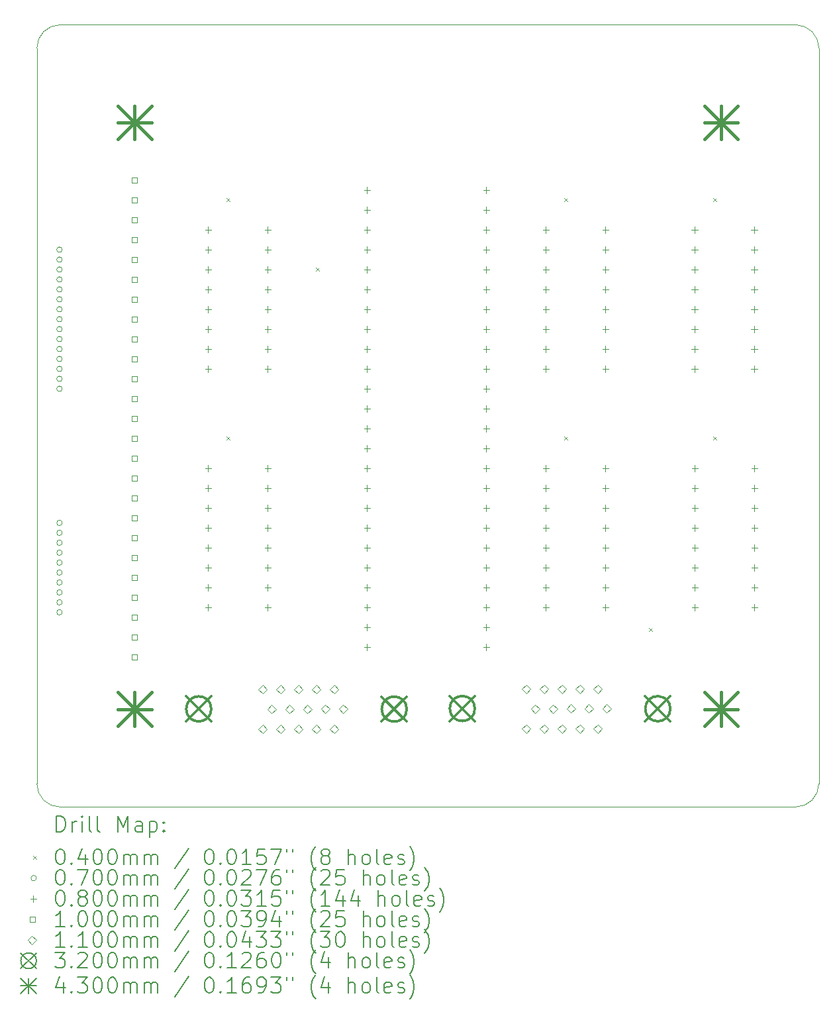
<source format=gbr>
%TF.GenerationSoftware,KiCad,Pcbnew,6.0.9+dfsg-1*%
%TF.CreationDate,2022-12-20T22:46:27+00:00*%
%TF.ProjectId,HP_54542C_Display_Adapter,48505f35-3435-4343-9243-5f446973706c,1*%
%TF.SameCoordinates,Original*%
%TF.FileFunction,Drillmap*%
%TF.FilePolarity,Positive*%
%FSLAX45Y45*%
G04 Gerber Fmt 4.5, Leading zero omitted, Abs format (unit mm)*
G04 Created by KiCad (PCBNEW 6.0.9+dfsg-1) date 2022-12-20 22:46:27*
%MOMM*%
%LPD*%
G01*
G04 APERTURE LIST*
%ADD10C,0.100000*%
%ADD11C,0.200000*%
%ADD12C,0.040000*%
%ADD13C,0.070000*%
%ADD14C,0.080000*%
%ADD15C,0.110000*%
%ADD16C,0.320000*%
%ADD17C,0.430000*%
G04 APERTURE END LIST*
D10*
X10000000Y-14700000D02*
G75*
G03*
X10300000Y-15000000I300000J0D01*
G01*
X19700000Y-5000000D02*
X10300000Y-5000000D01*
X20000000Y-14700000D02*
X20000000Y-5300000D01*
X10300000Y-5000000D02*
G75*
G03*
X10000000Y-5300000I0J-300000D01*
G01*
X10000000Y-5300000D02*
X10000000Y-14700000D01*
X19700000Y-15000000D02*
G75*
G03*
X20000000Y-14700000I0J300000D01*
G01*
X20000000Y-5300000D02*
G75*
G03*
X19700000Y-5000000I-300000J0D01*
G01*
X10300000Y-15000000D02*
X19700000Y-15000000D01*
D11*
D12*
X12426000Y-7219000D02*
X12466000Y-7259000D01*
X12466000Y-7219000D02*
X12426000Y-7259000D01*
X12426000Y-10267000D02*
X12466000Y-10307000D01*
X12466000Y-10267000D02*
X12426000Y-10307000D01*
X13569000Y-8108000D02*
X13609000Y-8148000D01*
X13609000Y-8108000D02*
X13569000Y-8148000D01*
X16744000Y-7219000D02*
X16784000Y-7259000D01*
X16784000Y-7219000D02*
X16744000Y-7259000D01*
X16744000Y-10267000D02*
X16784000Y-10307000D01*
X16784000Y-10267000D02*
X16744000Y-10307000D01*
X17830000Y-12710000D02*
X17870000Y-12750000D01*
X17870000Y-12710000D02*
X17830000Y-12750000D01*
X18649000Y-7219000D02*
X18689000Y-7259000D01*
X18689000Y-7219000D02*
X18649000Y-7259000D01*
X18649000Y-10267000D02*
X18689000Y-10307000D01*
X18689000Y-10267000D02*
X18649000Y-10307000D01*
D13*
X10324500Y-7875500D02*
G75*
G03*
X10324500Y-7875500I-35000J0D01*
G01*
X10324500Y-8002500D02*
G75*
G03*
X10324500Y-8002500I-35000J0D01*
G01*
X10324500Y-8129500D02*
G75*
G03*
X10324500Y-8129500I-35000J0D01*
G01*
X10324500Y-8256500D02*
G75*
G03*
X10324500Y-8256500I-35000J0D01*
G01*
X10324500Y-8383500D02*
G75*
G03*
X10324500Y-8383500I-35000J0D01*
G01*
X10324500Y-8510500D02*
G75*
G03*
X10324500Y-8510500I-35000J0D01*
G01*
X10324500Y-8637500D02*
G75*
G03*
X10324500Y-8637500I-35000J0D01*
G01*
X10324500Y-8764500D02*
G75*
G03*
X10324500Y-8764500I-35000J0D01*
G01*
X10324500Y-8891500D02*
G75*
G03*
X10324500Y-8891500I-35000J0D01*
G01*
X10324500Y-9018500D02*
G75*
G03*
X10324500Y-9018500I-35000J0D01*
G01*
X10324500Y-9145500D02*
G75*
G03*
X10324500Y-9145500I-35000J0D01*
G01*
X10324500Y-9272500D02*
G75*
G03*
X10324500Y-9272500I-35000J0D01*
G01*
X10324500Y-9399500D02*
G75*
G03*
X10324500Y-9399500I-35000J0D01*
G01*
X10324500Y-9526500D02*
G75*
G03*
X10324500Y-9526500I-35000J0D01*
G01*
X10324500Y-9653500D02*
G75*
G03*
X10324500Y-9653500I-35000J0D01*
G01*
X10324500Y-11368000D02*
G75*
G03*
X10324500Y-11368000I-35000J0D01*
G01*
X10324500Y-11495000D02*
G75*
G03*
X10324500Y-11495000I-35000J0D01*
G01*
X10324500Y-11622000D02*
G75*
G03*
X10324500Y-11622000I-35000J0D01*
G01*
X10324500Y-11749000D02*
G75*
G03*
X10324500Y-11749000I-35000J0D01*
G01*
X10324500Y-11876000D02*
G75*
G03*
X10324500Y-11876000I-35000J0D01*
G01*
X10324500Y-12003000D02*
G75*
G03*
X10324500Y-12003000I-35000J0D01*
G01*
X10324500Y-12130000D02*
G75*
G03*
X10324500Y-12130000I-35000J0D01*
G01*
X10324500Y-12257000D02*
G75*
G03*
X10324500Y-12257000I-35000J0D01*
G01*
X10324500Y-12384000D02*
G75*
G03*
X10324500Y-12384000I-35000J0D01*
G01*
X10324500Y-12511000D02*
G75*
G03*
X10324500Y-12511000I-35000J0D01*
G01*
D14*
X12190500Y-10629500D02*
X12190500Y-10709500D01*
X12150500Y-10669500D02*
X12230500Y-10669500D01*
X12190500Y-10883500D02*
X12190500Y-10963500D01*
X12150500Y-10923500D02*
X12230500Y-10923500D01*
X12190500Y-11137500D02*
X12190500Y-11217500D01*
X12150500Y-11177500D02*
X12230500Y-11177500D01*
X12190500Y-11391500D02*
X12190500Y-11471500D01*
X12150500Y-11431500D02*
X12230500Y-11431500D01*
X12190500Y-11645500D02*
X12190500Y-11725500D01*
X12150500Y-11685500D02*
X12230500Y-11685500D01*
X12190500Y-11899500D02*
X12190500Y-11979500D01*
X12150500Y-11939500D02*
X12230500Y-11939500D01*
X12190500Y-12153500D02*
X12190500Y-12233500D01*
X12150500Y-12193500D02*
X12230500Y-12193500D01*
X12190500Y-12407500D02*
X12190500Y-12487500D01*
X12150500Y-12447500D02*
X12230500Y-12447500D01*
X12192000Y-7580000D02*
X12192000Y-7660000D01*
X12152000Y-7620000D02*
X12232000Y-7620000D01*
X12192000Y-7834000D02*
X12192000Y-7914000D01*
X12152000Y-7874000D02*
X12232000Y-7874000D01*
X12192000Y-8088000D02*
X12192000Y-8168000D01*
X12152000Y-8128000D02*
X12232000Y-8128000D01*
X12192000Y-8342000D02*
X12192000Y-8422000D01*
X12152000Y-8382000D02*
X12232000Y-8382000D01*
X12192000Y-8596000D02*
X12192000Y-8676000D01*
X12152000Y-8636000D02*
X12232000Y-8636000D01*
X12192000Y-8850000D02*
X12192000Y-8930000D01*
X12152000Y-8890000D02*
X12232000Y-8890000D01*
X12192000Y-9104000D02*
X12192000Y-9184000D01*
X12152000Y-9144000D02*
X12232000Y-9144000D01*
X12192000Y-9358000D02*
X12192000Y-9438000D01*
X12152000Y-9398000D02*
X12232000Y-9398000D01*
X12952500Y-10629500D02*
X12952500Y-10709500D01*
X12912500Y-10669500D02*
X12992500Y-10669500D01*
X12952500Y-10883500D02*
X12952500Y-10963500D01*
X12912500Y-10923500D02*
X12992500Y-10923500D01*
X12952500Y-11137500D02*
X12952500Y-11217500D01*
X12912500Y-11177500D02*
X12992500Y-11177500D01*
X12952500Y-11391500D02*
X12952500Y-11471500D01*
X12912500Y-11431500D02*
X12992500Y-11431500D01*
X12952500Y-11645500D02*
X12952500Y-11725500D01*
X12912500Y-11685500D02*
X12992500Y-11685500D01*
X12952500Y-11899500D02*
X12952500Y-11979500D01*
X12912500Y-11939500D02*
X12992500Y-11939500D01*
X12952500Y-12153500D02*
X12952500Y-12233500D01*
X12912500Y-12193500D02*
X12992500Y-12193500D01*
X12952500Y-12407500D02*
X12952500Y-12487500D01*
X12912500Y-12447500D02*
X12992500Y-12447500D01*
X12954000Y-7580000D02*
X12954000Y-7660000D01*
X12914000Y-7620000D02*
X12994000Y-7620000D01*
X12954000Y-7834000D02*
X12954000Y-7914000D01*
X12914000Y-7874000D02*
X12994000Y-7874000D01*
X12954000Y-8088000D02*
X12954000Y-8168000D01*
X12914000Y-8128000D02*
X12994000Y-8128000D01*
X12954000Y-8342000D02*
X12954000Y-8422000D01*
X12914000Y-8382000D02*
X12994000Y-8382000D01*
X12954000Y-8596000D02*
X12954000Y-8676000D01*
X12914000Y-8636000D02*
X12994000Y-8636000D01*
X12954000Y-8850000D02*
X12954000Y-8930000D01*
X12914000Y-8890000D02*
X12994000Y-8890000D01*
X12954000Y-9104000D02*
X12954000Y-9184000D01*
X12914000Y-9144000D02*
X12994000Y-9144000D01*
X12954000Y-9358000D02*
X12954000Y-9438000D01*
X12914000Y-9398000D02*
X12994000Y-9398000D01*
X14224000Y-7072000D02*
X14224000Y-7152000D01*
X14184000Y-7112000D02*
X14264000Y-7112000D01*
X14224000Y-7326000D02*
X14224000Y-7406000D01*
X14184000Y-7366000D02*
X14264000Y-7366000D01*
X14224000Y-7580000D02*
X14224000Y-7660000D01*
X14184000Y-7620000D02*
X14264000Y-7620000D01*
X14224000Y-7834000D02*
X14224000Y-7914000D01*
X14184000Y-7874000D02*
X14264000Y-7874000D01*
X14224000Y-8088000D02*
X14224000Y-8168000D01*
X14184000Y-8128000D02*
X14264000Y-8128000D01*
X14224000Y-8342000D02*
X14224000Y-8422000D01*
X14184000Y-8382000D02*
X14264000Y-8382000D01*
X14224000Y-8596000D02*
X14224000Y-8676000D01*
X14184000Y-8636000D02*
X14264000Y-8636000D01*
X14224000Y-8850000D02*
X14224000Y-8930000D01*
X14184000Y-8890000D02*
X14264000Y-8890000D01*
X14224000Y-9104000D02*
X14224000Y-9184000D01*
X14184000Y-9144000D02*
X14264000Y-9144000D01*
X14224000Y-9358000D02*
X14224000Y-9438000D01*
X14184000Y-9398000D02*
X14264000Y-9398000D01*
X14224000Y-9612000D02*
X14224000Y-9692000D01*
X14184000Y-9652000D02*
X14264000Y-9652000D01*
X14224000Y-9866000D02*
X14224000Y-9946000D01*
X14184000Y-9906000D02*
X14264000Y-9906000D01*
X14224000Y-10120000D02*
X14224000Y-10200000D01*
X14184000Y-10160000D02*
X14264000Y-10160000D01*
X14224000Y-10374000D02*
X14224000Y-10454000D01*
X14184000Y-10414000D02*
X14264000Y-10414000D01*
X14224000Y-10628000D02*
X14224000Y-10708000D01*
X14184000Y-10668000D02*
X14264000Y-10668000D01*
X14224000Y-10882000D02*
X14224000Y-10962000D01*
X14184000Y-10922000D02*
X14264000Y-10922000D01*
X14224000Y-11136000D02*
X14224000Y-11216000D01*
X14184000Y-11176000D02*
X14264000Y-11176000D01*
X14224000Y-11390000D02*
X14224000Y-11470000D01*
X14184000Y-11430000D02*
X14264000Y-11430000D01*
X14224000Y-11644000D02*
X14224000Y-11724000D01*
X14184000Y-11684000D02*
X14264000Y-11684000D01*
X14224000Y-11898000D02*
X14224000Y-11978000D01*
X14184000Y-11938000D02*
X14264000Y-11938000D01*
X14224000Y-12152000D02*
X14224000Y-12232000D01*
X14184000Y-12192000D02*
X14264000Y-12192000D01*
X14224000Y-12406000D02*
X14224000Y-12486000D01*
X14184000Y-12446000D02*
X14264000Y-12446000D01*
X14224000Y-12660000D02*
X14224000Y-12740000D01*
X14184000Y-12700000D02*
X14264000Y-12700000D01*
X14224000Y-12914000D02*
X14224000Y-12994000D01*
X14184000Y-12954000D02*
X14264000Y-12954000D01*
X15748000Y-7072000D02*
X15748000Y-7152000D01*
X15708000Y-7112000D02*
X15788000Y-7112000D01*
X15748000Y-7326000D02*
X15748000Y-7406000D01*
X15708000Y-7366000D02*
X15788000Y-7366000D01*
X15748000Y-7580000D02*
X15748000Y-7660000D01*
X15708000Y-7620000D02*
X15788000Y-7620000D01*
X15748000Y-7834000D02*
X15748000Y-7914000D01*
X15708000Y-7874000D02*
X15788000Y-7874000D01*
X15748000Y-8088000D02*
X15748000Y-8168000D01*
X15708000Y-8128000D02*
X15788000Y-8128000D01*
X15748000Y-8342000D02*
X15748000Y-8422000D01*
X15708000Y-8382000D02*
X15788000Y-8382000D01*
X15748000Y-8596000D02*
X15748000Y-8676000D01*
X15708000Y-8636000D02*
X15788000Y-8636000D01*
X15748000Y-8850000D02*
X15748000Y-8930000D01*
X15708000Y-8890000D02*
X15788000Y-8890000D01*
X15748000Y-9104000D02*
X15748000Y-9184000D01*
X15708000Y-9144000D02*
X15788000Y-9144000D01*
X15748000Y-9358000D02*
X15748000Y-9438000D01*
X15708000Y-9398000D02*
X15788000Y-9398000D01*
X15748000Y-9612000D02*
X15748000Y-9692000D01*
X15708000Y-9652000D02*
X15788000Y-9652000D01*
X15748000Y-9866000D02*
X15748000Y-9946000D01*
X15708000Y-9906000D02*
X15788000Y-9906000D01*
X15748000Y-10120000D02*
X15748000Y-10200000D01*
X15708000Y-10160000D02*
X15788000Y-10160000D01*
X15748000Y-10374000D02*
X15748000Y-10454000D01*
X15708000Y-10414000D02*
X15788000Y-10414000D01*
X15748000Y-10628000D02*
X15748000Y-10708000D01*
X15708000Y-10668000D02*
X15788000Y-10668000D01*
X15748000Y-10882000D02*
X15748000Y-10962000D01*
X15708000Y-10922000D02*
X15788000Y-10922000D01*
X15748000Y-11136000D02*
X15748000Y-11216000D01*
X15708000Y-11176000D02*
X15788000Y-11176000D01*
X15748000Y-11390000D02*
X15748000Y-11470000D01*
X15708000Y-11430000D02*
X15788000Y-11430000D01*
X15748000Y-11644000D02*
X15748000Y-11724000D01*
X15708000Y-11684000D02*
X15788000Y-11684000D01*
X15748000Y-11898000D02*
X15748000Y-11978000D01*
X15708000Y-11938000D02*
X15788000Y-11938000D01*
X15748000Y-12152000D02*
X15748000Y-12232000D01*
X15708000Y-12192000D02*
X15788000Y-12192000D01*
X15748000Y-12406000D02*
X15748000Y-12486000D01*
X15708000Y-12446000D02*
X15788000Y-12446000D01*
X15748000Y-12660000D02*
X15748000Y-12740000D01*
X15708000Y-12700000D02*
X15788000Y-12700000D01*
X15748000Y-12914000D02*
X15748000Y-12994000D01*
X15708000Y-12954000D02*
X15788000Y-12954000D01*
X16508500Y-7581500D02*
X16508500Y-7661500D01*
X16468500Y-7621500D02*
X16548500Y-7621500D01*
X16508500Y-7835500D02*
X16508500Y-7915500D01*
X16468500Y-7875500D02*
X16548500Y-7875500D01*
X16508500Y-8089500D02*
X16508500Y-8169500D01*
X16468500Y-8129500D02*
X16548500Y-8129500D01*
X16508500Y-8343500D02*
X16508500Y-8423500D01*
X16468500Y-8383500D02*
X16548500Y-8383500D01*
X16508500Y-8597500D02*
X16508500Y-8677500D01*
X16468500Y-8637500D02*
X16548500Y-8637500D01*
X16508500Y-8851500D02*
X16508500Y-8931500D01*
X16468500Y-8891500D02*
X16548500Y-8891500D01*
X16508500Y-9105500D02*
X16508500Y-9185500D01*
X16468500Y-9145500D02*
X16548500Y-9145500D01*
X16508500Y-9359500D02*
X16508500Y-9439500D01*
X16468500Y-9399500D02*
X16548500Y-9399500D01*
X16508500Y-10628000D02*
X16508500Y-10708000D01*
X16468500Y-10668000D02*
X16548500Y-10668000D01*
X16508500Y-10882000D02*
X16508500Y-10962000D01*
X16468500Y-10922000D02*
X16548500Y-10922000D01*
X16508500Y-11136000D02*
X16508500Y-11216000D01*
X16468500Y-11176000D02*
X16548500Y-11176000D01*
X16508500Y-11390000D02*
X16508500Y-11470000D01*
X16468500Y-11430000D02*
X16548500Y-11430000D01*
X16508500Y-11644000D02*
X16508500Y-11724000D01*
X16468500Y-11684000D02*
X16548500Y-11684000D01*
X16508500Y-11898000D02*
X16508500Y-11978000D01*
X16468500Y-11938000D02*
X16548500Y-11938000D01*
X16508500Y-12152000D02*
X16508500Y-12232000D01*
X16468500Y-12192000D02*
X16548500Y-12192000D01*
X16508500Y-12406000D02*
X16508500Y-12486000D01*
X16468500Y-12446000D02*
X16548500Y-12446000D01*
X17270500Y-7581500D02*
X17270500Y-7661500D01*
X17230500Y-7621500D02*
X17310500Y-7621500D01*
X17270500Y-7835500D02*
X17270500Y-7915500D01*
X17230500Y-7875500D02*
X17310500Y-7875500D01*
X17270500Y-8089500D02*
X17270500Y-8169500D01*
X17230500Y-8129500D02*
X17310500Y-8129500D01*
X17270500Y-8343500D02*
X17270500Y-8423500D01*
X17230500Y-8383500D02*
X17310500Y-8383500D01*
X17270500Y-8597500D02*
X17270500Y-8677500D01*
X17230500Y-8637500D02*
X17310500Y-8637500D01*
X17270500Y-8851500D02*
X17270500Y-8931500D01*
X17230500Y-8891500D02*
X17310500Y-8891500D01*
X17270500Y-9105500D02*
X17270500Y-9185500D01*
X17230500Y-9145500D02*
X17310500Y-9145500D01*
X17270500Y-9359500D02*
X17270500Y-9439500D01*
X17230500Y-9399500D02*
X17310500Y-9399500D01*
X17270500Y-10628000D02*
X17270500Y-10708000D01*
X17230500Y-10668000D02*
X17310500Y-10668000D01*
X17270500Y-10882000D02*
X17270500Y-10962000D01*
X17230500Y-10922000D02*
X17310500Y-10922000D01*
X17270500Y-11136000D02*
X17270500Y-11216000D01*
X17230500Y-11176000D02*
X17310500Y-11176000D01*
X17270500Y-11390000D02*
X17270500Y-11470000D01*
X17230500Y-11430000D02*
X17310500Y-11430000D01*
X17270500Y-11644000D02*
X17270500Y-11724000D01*
X17230500Y-11684000D02*
X17310500Y-11684000D01*
X17270500Y-11898000D02*
X17270500Y-11978000D01*
X17230500Y-11938000D02*
X17310500Y-11938000D01*
X17270500Y-12152000D02*
X17270500Y-12232000D01*
X17230500Y-12192000D02*
X17310500Y-12192000D01*
X17270500Y-12406000D02*
X17270500Y-12486000D01*
X17230500Y-12446000D02*
X17310500Y-12446000D01*
X18412000Y-7581500D02*
X18412000Y-7661500D01*
X18372000Y-7621500D02*
X18452000Y-7621500D01*
X18412000Y-7835500D02*
X18412000Y-7915500D01*
X18372000Y-7875500D02*
X18452000Y-7875500D01*
X18412000Y-8089500D02*
X18412000Y-8169500D01*
X18372000Y-8129500D02*
X18452000Y-8129500D01*
X18412000Y-8343500D02*
X18412000Y-8423500D01*
X18372000Y-8383500D02*
X18452000Y-8383500D01*
X18412000Y-8597500D02*
X18412000Y-8677500D01*
X18372000Y-8637500D02*
X18452000Y-8637500D01*
X18412000Y-8851500D02*
X18412000Y-8931500D01*
X18372000Y-8891500D02*
X18452000Y-8891500D01*
X18412000Y-9105500D02*
X18412000Y-9185500D01*
X18372000Y-9145500D02*
X18452000Y-9145500D01*
X18412000Y-9359500D02*
X18412000Y-9439500D01*
X18372000Y-9399500D02*
X18452000Y-9399500D01*
X18413500Y-10628000D02*
X18413500Y-10708000D01*
X18373500Y-10668000D02*
X18453500Y-10668000D01*
X18413500Y-10882000D02*
X18413500Y-10962000D01*
X18373500Y-10922000D02*
X18453500Y-10922000D01*
X18413500Y-11136000D02*
X18413500Y-11216000D01*
X18373500Y-11176000D02*
X18453500Y-11176000D01*
X18413500Y-11390000D02*
X18413500Y-11470000D01*
X18373500Y-11430000D02*
X18453500Y-11430000D01*
X18413500Y-11644000D02*
X18413500Y-11724000D01*
X18373500Y-11684000D02*
X18453500Y-11684000D01*
X18413500Y-11898000D02*
X18413500Y-11978000D01*
X18373500Y-11938000D02*
X18453500Y-11938000D01*
X18413500Y-12152000D02*
X18413500Y-12232000D01*
X18373500Y-12192000D02*
X18453500Y-12192000D01*
X18413500Y-12406000D02*
X18413500Y-12486000D01*
X18373500Y-12446000D02*
X18453500Y-12446000D01*
X19174000Y-7581500D02*
X19174000Y-7661500D01*
X19134000Y-7621500D02*
X19214000Y-7621500D01*
X19174000Y-7835500D02*
X19174000Y-7915500D01*
X19134000Y-7875500D02*
X19214000Y-7875500D01*
X19174000Y-8089500D02*
X19174000Y-8169500D01*
X19134000Y-8129500D02*
X19214000Y-8129500D01*
X19174000Y-8343500D02*
X19174000Y-8423500D01*
X19134000Y-8383500D02*
X19214000Y-8383500D01*
X19174000Y-8597500D02*
X19174000Y-8677500D01*
X19134000Y-8637500D02*
X19214000Y-8637500D01*
X19174000Y-8851500D02*
X19174000Y-8931500D01*
X19134000Y-8891500D02*
X19214000Y-8891500D01*
X19174000Y-9105500D02*
X19174000Y-9185500D01*
X19134000Y-9145500D02*
X19214000Y-9145500D01*
X19174000Y-9359500D02*
X19174000Y-9439500D01*
X19134000Y-9399500D02*
X19214000Y-9399500D01*
X19175500Y-10628000D02*
X19175500Y-10708000D01*
X19135500Y-10668000D02*
X19215500Y-10668000D01*
X19175500Y-10882000D02*
X19175500Y-10962000D01*
X19135500Y-10922000D02*
X19215500Y-10922000D01*
X19175500Y-11136000D02*
X19175500Y-11216000D01*
X19135500Y-11176000D02*
X19215500Y-11176000D01*
X19175500Y-11390000D02*
X19175500Y-11470000D01*
X19135500Y-11430000D02*
X19215500Y-11430000D01*
X19175500Y-11644000D02*
X19175500Y-11724000D01*
X19135500Y-11684000D02*
X19215500Y-11684000D01*
X19175500Y-11898000D02*
X19175500Y-11978000D01*
X19135500Y-11938000D02*
X19215500Y-11938000D01*
X19175500Y-12152000D02*
X19175500Y-12232000D01*
X19135500Y-12192000D02*
X19215500Y-12192000D01*
X19175500Y-12406000D02*
X19175500Y-12486000D01*
X19135500Y-12446000D02*
X19215500Y-12446000D01*
D10*
X11285356Y-7020356D02*
X11285356Y-6949644D01*
X11214644Y-6949644D01*
X11214644Y-7020356D01*
X11285356Y-7020356D01*
X11285356Y-7274356D02*
X11285356Y-7203644D01*
X11214644Y-7203644D01*
X11214644Y-7274356D01*
X11285356Y-7274356D01*
X11285356Y-7528356D02*
X11285356Y-7457644D01*
X11214644Y-7457644D01*
X11214644Y-7528356D01*
X11285356Y-7528356D01*
X11285356Y-7782356D02*
X11285356Y-7711644D01*
X11214644Y-7711644D01*
X11214644Y-7782356D01*
X11285356Y-7782356D01*
X11285356Y-8036356D02*
X11285356Y-7965644D01*
X11214644Y-7965644D01*
X11214644Y-8036356D01*
X11285356Y-8036356D01*
X11285356Y-8290356D02*
X11285356Y-8219644D01*
X11214644Y-8219644D01*
X11214644Y-8290356D01*
X11285356Y-8290356D01*
X11285356Y-8544356D02*
X11285356Y-8473644D01*
X11214644Y-8473644D01*
X11214644Y-8544356D01*
X11285356Y-8544356D01*
X11285356Y-8798356D02*
X11285356Y-8727644D01*
X11214644Y-8727644D01*
X11214644Y-8798356D01*
X11285356Y-8798356D01*
X11285356Y-9052356D02*
X11285356Y-8981644D01*
X11214644Y-8981644D01*
X11214644Y-9052356D01*
X11285356Y-9052356D01*
X11285356Y-9306356D02*
X11285356Y-9235644D01*
X11214644Y-9235644D01*
X11214644Y-9306356D01*
X11285356Y-9306356D01*
X11285356Y-9560356D02*
X11285356Y-9489644D01*
X11214644Y-9489644D01*
X11214644Y-9560356D01*
X11285356Y-9560356D01*
X11285356Y-9814356D02*
X11285356Y-9743644D01*
X11214644Y-9743644D01*
X11214644Y-9814356D01*
X11285356Y-9814356D01*
X11285356Y-10068356D02*
X11285356Y-9997644D01*
X11214644Y-9997644D01*
X11214644Y-10068356D01*
X11285356Y-10068356D01*
X11285356Y-10322356D02*
X11285356Y-10251644D01*
X11214644Y-10251644D01*
X11214644Y-10322356D01*
X11285356Y-10322356D01*
X11285356Y-10576356D02*
X11285356Y-10505644D01*
X11214644Y-10505644D01*
X11214644Y-10576356D01*
X11285356Y-10576356D01*
X11285356Y-10830356D02*
X11285356Y-10759644D01*
X11214644Y-10759644D01*
X11214644Y-10830356D01*
X11285356Y-10830356D01*
X11285356Y-11084356D02*
X11285356Y-11013644D01*
X11214644Y-11013644D01*
X11214644Y-11084356D01*
X11285356Y-11084356D01*
X11285356Y-11338356D02*
X11285356Y-11267644D01*
X11214644Y-11267644D01*
X11214644Y-11338356D01*
X11285356Y-11338356D01*
X11285356Y-11592356D02*
X11285356Y-11521644D01*
X11214644Y-11521644D01*
X11214644Y-11592356D01*
X11285356Y-11592356D01*
X11285356Y-11846356D02*
X11285356Y-11775644D01*
X11214644Y-11775644D01*
X11214644Y-11846356D01*
X11285356Y-11846356D01*
X11285356Y-12100356D02*
X11285356Y-12029644D01*
X11214644Y-12029644D01*
X11214644Y-12100356D01*
X11285356Y-12100356D01*
X11285356Y-12354356D02*
X11285356Y-12283644D01*
X11214644Y-12283644D01*
X11214644Y-12354356D01*
X11285356Y-12354356D01*
X11285356Y-12608356D02*
X11285356Y-12537644D01*
X11214644Y-12537644D01*
X11214644Y-12608356D01*
X11285356Y-12608356D01*
X11285356Y-12862356D02*
X11285356Y-12791644D01*
X11214644Y-12791644D01*
X11214644Y-12862356D01*
X11285356Y-12862356D01*
X11285356Y-13116356D02*
X11285356Y-13045644D01*
X11214644Y-13045644D01*
X11214644Y-13116356D01*
X11285356Y-13116356D01*
D15*
X12888150Y-13551000D02*
X12943150Y-13496000D01*
X12888150Y-13441000D01*
X12833150Y-13496000D01*
X12888150Y-13551000D01*
X12888150Y-14059000D02*
X12943150Y-14004000D01*
X12888150Y-13949000D01*
X12833150Y-14004000D01*
X12888150Y-14059000D01*
X13002650Y-13805000D02*
X13057650Y-13750000D01*
X13002650Y-13695000D01*
X12947650Y-13750000D01*
X13002650Y-13805000D01*
X13116017Y-14059000D02*
X13171017Y-14004000D01*
X13116017Y-13949000D01*
X13061017Y-14004000D01*
X13116017Y-14059000D01*
X13117150Y-13551000D02*
X13172150Y-13496000D01*
X13117150Y-13441000D01*
X13062150Y-13496000D01*
X13117150Y-13551000D01*
X13231650Y-13804329D02*
X13286650Y-13749329D01*
X13231650Y-13694329D01*
X13176650Y-13749329D01*
X13231650Y-13804329D01*
X13345017Y-14059000D02*
X13400017Y-14004000D01*
X13345017Y-13949000D01*
X13290017Y-14004000D01*
X13345017Y-14059000D01*
X13346150Y-13551000D02*
X13401150Y-13496000D01*
X13346150Y-13441000D01*
X13291150Y-13496000D01*
X13346150Y-13551000D01*
X13460650Y-13802794D02*
X13515650Y-13747794D01*
X13460650Y-13692794D01*
X13405650Y-13747794D01*
X13460650Y-13802794D01*
X13574017Y-14059000D02*
X13629017Y-14004000D01*
X13574017Y-13949000D01*
X13519017Y-14004000D01*
X13574017Y-14059000D01*
X13575150Y-13549534D02*
X13630150Y-13494534D01*
X13575150Y-13439534D01*
X13520150Y-13494534D01*
X13575150Y-13549534D01*
X13689650Y-13801259D02*
X13744650Y-13746259D01*
X13689650Y-13691259D01*
X13634650Y-13746259D01*
X13689650Y-13801259D01*
X13803017Y-14059000D02*
X13858017Y-14004000D01*
X13803017Y-13949000D01*
X13748017Y-14004000D01*
X13803017Y-14059000D01*
X13804150Y-13549534D02*
X13859150Y-13494534D01*
X13804150Y-13439534D01*
X13749150Y-13494534D01*
X13804150Y-13549534D01*
X13918650Y-13799724D02*
X13973650Y-13744724D01*
X13918650Y-13689724D01*
X13863650Y-13744724D01*
X13918650Y-13799724D01*
X16258150Y-13546000D02*
X16313150Y-13491000D01*
X16258150Y-13436000D01*
X16203150Y-13491000D01*
X16258150Y-13546000D01*
X16258150Y-14054000D02*
X16313150Y-13999000D01*
X16258150Y-13944000D01*
X16203150Y-13999000D01*
X16258150Y-14054000D01*
X16372650Y-13800000D02*
X16427650Y-13745000D01*
X16372650Y-13690000D01*
X16317650Y-13745000D01*
X16372650Y-13800000D01*
X16486017Y-14054000D02*
X16541017Y-13999000D01*
X16486017Y-13944000D01*
X16431017Y-13999000D01*
X16486017Y-14054000D01*
X16487150Y-13546000D02*
X16542150Y-13491000D01*
X16487150Y-13436000D01*
X16432150Y-13491000D01*
X16487150Y-13546000D01*
X16601650Y-13799329D02*
X16656650Y-13744329D01*
X16601650Y-13689329D01*
X16546650Y-13744329D01*
X16601650Y-13799329D01*
X16715017Y-14054000D02*
X16770017Y-13999000D01*
X16715017Y-13944000D01*
X16660017Y-13999000D01*
X16715017Y-14054000D01*
X16716150Y-13546000D02*
X16771150Y-13491000D01*
X16716150Y-13436000D01*
X16661150Y-13491000D01*
X16716150Y-13546000D01*
X16830650Y-13797794D02*
X16885650Y-13742794D01*
X16830650Y-13687794D01*
X16775650Y-13742794D01*
X16830650Y-13797794D01*
X16944017Y-14054000D02*
X16999017Y-13999000D01*
X16944017Y-13944000D01*
X16889017Y-13999000D01*
X16944017Y-14054000D01*
X16945150Y-13544534D02*
X17000150Y-13489534D01*
X16945150Y-13434534D01*
X16890150Y-13489534D01*
X16945150Y-13544534D01*
X17059650Y-13796259D02*
X17114650Y-13741259D01*
X17059650Y-13686259D01*
X17004650Y-13741259D01*
X17059650Y-13796259D01*
X17173017Y-14054000D02*
X17228017Y-13999000D01*
X17173017Y-13944000D01*
X17118017Y-13999000D01*
X17173017Y-14054000D01*
X17174150Y-13544534D02*
X17229150Y-13489534D01*
X17174150Y-13434534D01*
X17119150Y-13489534D01*
X17174150Y-13544534D01*
X17288650Y-13794724D02*
X17343650Y-13739724D01*
X17288650Y-13684724D01*
X17233650Y-13739724D01*
X17288650Y-13794724D01*
D16*
X11910517Y-13585473D02*
X12230517Y-13905473D01*
X12230517Y-13585473D02*
X11910517Y-13905473D01*
X12230517Y-13745473D02*
G75*
G03*
X12230517Y-13745473I-160000J0D01*
G01*
X14409517Y-13588125D02*
X14729517Y-13908125D01*
X14729517Y-13588125D02*
X14409517Y-13908125D01*
X14729517Y-13748125D02*
G75*
G03*
X14729517Y-13748125I-160000J0D01*
G01*
X15280517Y-13580473D02*
X15600517Y-13900473D01*
X15600517Y-13580473D02*
X15280517Y-13900473D01*
X15600517Y-13740473D02*
G75*
G03*
X15600517Y-13740473I-160000J0D01*
G01*
X17779517Y-13583125D02*
X18099517Y-13903125D01*
X18099517Y-13583125D02*
X17779517Y-13903125D01*
X18099517Y-13743125D02*
G75*
G03*
X18099517Y-13743125I-160000J0D01*
G01*
D17*
X11035000Y-6035000D02*
X11465000Y-6465000D01*
X11465000Y-6035000D02*
X11035000Y-6465000D01*
X11250000Y-6035000D02*
X11250000Y-6465000D01*
X11035000Y-6250000D02*
X11465000Y-6250000D01*
X11035000Y-13535000D02*
X11465000Y-13965000D01*
X11465000Y-13535000D02*
X11035000Y-13965000D01*
X11250000Y-13535000D02*
X11250000Y-13965000D01*
X11035000Y-13750000D02*
X11465000Y-13750000D01*
X18535000Y-6035000D02*
X18965000Y-6465000D01*
X18965000Y-6035000D02*
X18535000Y-6465000D01*
X18750000Y-6035000D02*
X18750000Y-6465000D01*
X18535000Y-6250000D02*
X18965000Y-6250000D01*
X18535000Y-13535000D02*
X18965000Y-13965000D01*
X18965000Y-13535000D02*
X18535000Y-13965000D01*
X18750000Y-13535000D02*
X18750000Y-13965000D01*
X18535000Y-13750000D02*
X18965000Y-13750000D01*
D11*
X10252619Y-15315476D02*
X10252619Y-15115476D01*
X10300238Y-15115476D01*
X10328810Y-15125000D01*
X10347857Y-15144048D01*
X10357381Y-15163095D01*
X10366905Y-15201190D01*
X10366905Y-15229762D01*
X10357381Y-15267857D01*
X10347857Y-15286905D01*
X10328810Y-15305952D01*
X10300238Y-15315476D01*
X10252619Y-15315476D01*
X10452619Y-15315476D02*
X10452619Y-15182143D01*
X10452619Y-15220238D02*
X10462143Y-15201190D01*
X10471667Y-15191667D01*
X10490714Y-15182143D01*
X10509762Y-15182143D01*
X10576429Y-15315476D02*
X10576429Y-15182143D01*
X10576429Y-15115476D02*
X10566905Y-15125000D01*
X10576429Y-15134524D01*
X10585952Y-15125000D01*
X10576429Y-15115476D01*
X10576429Y-15134524D01*
X10700238Y-15315476D02*
X10681190Y-15305952D01*
X10671667Y-15286905D01*
X10671667Y-15115476D01*
X10805000Y-15315476D02*
X10785952Y-15305952D01*
X10776429Y-15286905D01*
X10776429Y-15115476D01*
X11033571Y-15315476D02*
X11033571Y-15115476D01*
X11100238Y-15258333D01*
X11166905Y-15115476D01*
X11166905Y-15315476D01*
X11347857Y-15315476D02*
X11347857Y-15210714D01*
X11338333Y-15191667D01*
X11319286Y-15182143D01*
X11281190Y-15182143D01*
X11262143Y-15191667D01*
X11347857Y-15305952D02*
X11328809Y-15315476D01*
X11281190Y-15315476D01*
X11262143Y-15305952D01*
X11252619Y-15286905D01*
X11252619Y-15267857D01*
X11262143Y-15248809D01*
X11281190Y-15239286D01*
X11328809Y-15239286D01*
X11347857Y-15229762D01*
X11443095Y-15182143D02*
X11443095Y-15382143D01*
X11443095Y-15191667D02*
X11462143Y-15182143D01*
X11500238Y-15182143D01*
X11519286Y-15191667D01*
X11528809Y-15201190D01*
X11538333Y-15220238D01*
X11538333Y-15277381D01*
X11528809Y-15296428D01*
X11519286Y-15305952D01*
X11500238Y-15315476D01*
X11462143Y-15315476D01*
X11443095Y-15305952D01*
X11624048Y-15296428D02*
X11633571Y-15305952D01*
X11624048Y-15315476D01*
X11614524Y-15305952D01*
X11624048Y-15296428D01*
X11624048Y-15315476D01*
X11624048Y-15191667D02*
X11633571Y-15201190D01*
X11624048Y-15210714D01*
X11614524Y-15201190D01*
X11624048Y-15191667D01*
X11624048Y-15210714D01*
D12*
X9955000Y-15625000D02*
X9995000Y-15665000D01*
X9995000Y-15625000D02*
X9955000Y-15665000D01*
D11*
X10290714Y-15535476D02*
X10309762Y-15535476D01*
X10328810Y-15545000D01*
X10338333Y-15554524D01*
X10347857Y-15573571D01*
X10357381Y-15611667D01*
X10357381Y-15659286D01*
X10347857Y-15697381D01*
X10338333Y-15716428D01*
X10328810Y-15725952D01*
X10309762Y-15735476D01*
X10290714Y-15735476D01*
X10271667Y-15725952D01*
X10262143Y-15716428D01*
X10252619Y-15697381D01*
X10243095Y-15659286D01*
X10243095Y-15611667D01*
X10252619Y-15573571D01*
X10262143Y-15554524D01*
X10271667Y-15545000D01*
X10290714Y-15535476D01*
X10443095Y-15716428D02*
X10452619Y-15725952D01*
X10443095Y-15735476D01*
X10433571Y-15725952D01*
X10443095Y-15716428D01*
X10443095Y-15735476D01*
X10624048Y-15602143D02*
X10624048Y-15735476D01*
X10576429Y-15525952D02*
X10528810Y-15668809D01*
X10652619Y-15668809D01*
X10766905Y-15535476D02*
X10785952Y-15535476D01*
X10805000Y-15545000D01*
X10814524Y-15554524D01*
X10824048Y-15573571D01*
X10833571Y-15611667D01*
X10833571Y-15659286D01*
X10824048Y-15697381D01*
X10814524Y-15716428D01*
X10805000Y-15725952D01*
X10785952Y-15735476D01*
X10766905Y-15735476D01*
X10747857Y-15725952D01*
X10738333Y-15716428D01*
X10728810Y-15697381D01*
X10719286Y-15659286D01*
X10719286Y-15611667D01*
X10728810Y-15573571D01*
X10738333Y-15554524D01*
X10747857Y-15545000D01*
X10766905Y-15535476D01*
X10957381Y-15535476D02*
X10976429Y-15535476D01*
X10995476Y-15545000D01*
X11005000Y-15554524D01*
X11014524Y-15573571D01*
X11024048Y-15611667D01*
X11024048Y-15659286D01*
X11014524Y-15697381D01*
X11005000Y-15716428D01*
X10995476Y-15725952D01*
X10976429Y-15735476D01*
X10957381Y-15735476D01*
X10938333Y-15725952D01*
X10928810Y-15716428D01*
X10919286Y-15697381D01*
X10909762Y-15659286D01*
X10909762Y-15611667D01*
X10919286Y-15573571D01*
X10928810Y-15554524D01*
X10938333Y-15545000D01*
X10957381Y-15535476D01*
X11109762Y-15735476D02*
X11109762Y-15602143D01*
X11109762Y-15621190D02*
X11119286Y-15611667D01*
X11138333Y-15602143D01*
X11166905Y-15602143D01*
X11185952Y-15611667D01*
X11195476Y-15630714D01*
X11195476Y-15735476D01*
X11195476Y-15630714D02*
X11205000Y-15611667D01*
X11224048Y-15602143D01*
X11252619Y-15602143D01*
X11271667Y-15611667D01*
X11281190Y-15630714D01*
X11281190Y-15735476D01*
X11376428Y-15735476D02*
X11376428Y-15602143D01*
X11376428Y-15621190D02*
X11385952Y-15611667D01*
X11405000Y-15602143D01*
X11433571Y-15602143D01*
X11452619Y-15611667D01*
X11462143Y-15630714D01*
X11462143Y-15735476D01*
X11462143Y-15630714D02*
X11471667Y-15611667D01*
X11490714Y-15602143D01*
X11519286Y-15602143D01*
X11538333Y-15611667D01*
X11547857Y-15630714D01*
X11547857Y-15735476D01*
X11938333Y-15525952D02*
X11766905Y-15783095D01*
X12195476Y-15535476D02*
X12214524Y-15535476D01*
X12233571Y-15545000D01*
X12243095Y-15554524D01*
X12252619Y-15573571D01*
X12262143Y-15611667D01*
X12262143Y-15659286D01*
X12252619Y-15697381D01*
X12243095Y-15716428D01*
X12233571Y-15725952D01*
X12214524Y-15735476D01*
X12195476Y-15735476D01*
X12176428Y-15725952D01*
X12166905Y-15716428D01*
X12157381Y-15697381D01*
X12147857Y-15659286D01*
X12147857Y-15611667D01*
X12157381Y-15573571D01*
X12166905Y-15554524D01*
X12176428Y-15545000D01*
X12195476Y-15535476D01*
X12347857Y-15716428D02*
X12357381Y-15725952D01*
X12347857Y-15735476D01*
X12338333Y-15725952D01*
X12347857Y-15716428D01*
X12347857Y-15735476D01*
X12481190Y-15535476D02*
X12500238Y-15535476D01*
X12519286Y-15545000D01*
X12528809Y-15554524D01*
X12538333Y-15573571D01*
X12547857Y-15611667D01*
X12547857Y-15659286D01*
X12538333Y-15697381D01*
X12528809Y-15716428D01*
X12519286Y-15725952D01*
X12500238Y-15735476D01*
X12481190Y-15735476D01*
X12462143Y-15725952D01*
X12452619Y-15716428D01*
X12443095Y-15697381D01*
X12433571Y-15659286D01*
X12433571Y-15611667D01*
X12443095Y-15573571D01*
X12452619Y-15554524D01*
X12462143Y-15545000D01*
X12481190Y-15535476D01*
X12738333Y-15735476D02*
X12624048Y-15735476D01*
X12681190Y-15735476D02*
X12681190Y-15535476D01*
X12662143Y-15564048D01*
X12643095Y-15583095D01*
X12624048Y-15592619D01*
X12919286Y-15535476D02*
X12824048Y-15535476D01*
X12814524Y-15630714D01*
X12824048Y-15621190D01*
X12843095Y-15611667D01*
X12890714Y-15611667D01*
X12909762Y-15621190D01*
X12919286Y-15630714D01*
X12928809Y-15649762D01*
X12928809Y-15697381D01*
X12919286Y-15716428D01*
X12909762Y-15725952D01*
X12890714Y-15735476D01*
X12843095Y-15735476D01*
X12824048Y-15725952D01*
X12814524Y-15716428D01*
X12995476Y-15535476D02*
X13128809Y-15535476D01*
X13043095Y-15735476D01*
X13195476Y-15535476D02*
X13195476Y-15573571D01*
X13271667Y-15535476D02*
X13271667Y-15573571D01*
X13566905Y-15811667D02*
X13557381Y-15802143D01*
X13538333Y-15773571D01*
X13528809Y-15754524D01*
X13519286Y-15725952D01*
X13509762Y-15678333D01*
X13509762Y-15640238D01*
X13519286Y-15592619D01*
X13528809Y-15564048D01*
X13538333Y-15545000D01*
X13557381Y-15516428D01*
X13566905Y-15506905D01*
X13671667Y-15621190D02*
X13652619Y-15611667D01*
X13643095Y-15602143D01*
X13633571Y-15583095D01*
X13633571Y-15573571D01*
X13643095Y-15554524D01*
X13652619Y-15545000D01*
X13671667Y-15535476D01*
X13709762Y-15535476D01*
X13728809Y-15545000D01*
X13738333Y-15554524D01*
X13747857Y-15573571D01*
X13747857Y-15583095D01*
X13738333Y-15602143D01*
X13728809Y-15611667D01*
X13709762Y-15621190D01*
X13671667Y-15621190D01*
X13652619Y-15630714D01*
X13643095Y-15640238D01*
X13633571Y-15659286D01*
X13633571Y-15697381D01*
X13643095Y-15716428D01*
X13652619Y-15725952D01*
X13671667Y-15735476D01*
X13709762Y-15735476D01*
X13728809Y-15725952D01*
X13738333Y-15716428D01*
X13747857Y-15697381D01*
X13747857Y-15659286D01*
X13738333Y-15640238D01*
X13728809Y-15630714D01*
X13709762Y-15621190D01*
X13985952Y-15735476D02*
X13985952Y-15535476D01*
X14071667Y-15735476D02*
X14071667Y-15630714D01*
X14062143Y-15611667D01*
X14043095Y-15602143D01*
X14014524Y-15602143D01*
X13995476Y-15611667D01*
X13985952Y-15621190D01*
X14195476Y-15735476D02*
X14176428Y-15725952D01*
X14166905Y-15716428D01*
X14157381Y-15697381D01*
X14157381Y-15640238D01*
X14166905Y-15621190D01*
X14176428Y-15611667D01*
X14195476Y-15602143D01*
X14224048Y-15602143D01*
X14243095Y-15611667D01*
X14252619Y-15621190D01*
X14262143Y-15640238D01*
X14262143Y-15697381D01*
X14252619Y-15716428D01*
X14243095Y-15725952D01*
X14224048Y-15735476D01*
X14195476Y-15735476D01*
X14376428Y-15735476D02*
X14357381Y-15725952D01*
X14347857Y-15706905D01*
X14347857Y-15535476D01*
X14528809Y-15725952D02*
X14509762Y-15735476D01*
X14471667Y-15735476D01*
X14452619Y-15725952D01*
X14443095Y-15706905D01*
X14443095Y-15630714D01*
X14452619Y-15611667D01*
X14471667Y-15602143D01*
X14509762Y-15602143D01*
X14528809Y-15611667D01*
X14538333Y-15630714D01*
X14538333Y-15649762D01*
X14443095Y-15668809D01*
X14614524Y-15725952D02*
X14633571Y-15735476D01*
X14671667Y-15735476D01*
X14690714Y-15725952D01*
X14700238Y-15706905D01*
X14700238Y-15697381D01*
X14690714Y-15678333D01*
X14671667Y-15668809D01*
X14643095Y-15668809D01*
X14624048Y-15659286D01*
X14614524Y-15640238D01*
X14614524Y-15630714D01*
X14624048Y-15611667D01*
X14643095Y-15602143D01*
X14671667Y-15602143D01*
X14690714Y-15611667D01*
X14766905Y-15811667D02*
X14776428Y-15802143D01*
X14795476Y-15773571D01*
X14805000Y-15754524D01*
X14814524Y-15725952D01*
X14824048Y-15678333D01*
X14824048Y-15640238D01*
X14814524Y-15592619D01*
X14805000Y-15564048D01*
X14795476Y-15545000D01*
X14776428Y-15516428D01*
X14766905Y-15506905D01*
D13*
X9995000Y-15909000D02*
G75*
G03*
X9995000Y-15909000I-35000J0D01*
G01*
D11*
X10290714Y-15799476D02*
X10309762Y-15799476D01*
X10328810Y-15809000D01*
X10338333Y-15818524D01*
X10347857Y-15837571D01*
X10357381Y-15875667D01*
X10357381Y-15923286D01*
X10347857Y-15961381D01*
X10338333Y-15980428D01*
X10328810Y-15989952D01*
X10309762Y-15999476D01*
X10290714Y-15999476D01*
X10271667Y-15989952D01*
X10262143Y-15980428D01*
X10252619Y-15961381D01*
X10243095Y-15923286D01*
X10243095Y-15875667D01*
X10252619Y-15837571D01*
X10262143Y-15818524D01*
X10271667Y-15809000D01*
X10290714Y-15799476D01*
X10443095Y-15980428D02*
X10452619Y-15989952D01*
X10443095Y-15999476D01*
X10433571Y-15989952D01*
X10443095Y-15980428D01*
X10443095Y-15999476D01*
X10519286Y-15799476D02*
X10652619Y-15799476D01*
X10566905Y-15999476D01*
X10766905Y-15799476D02*
X10785952Y-15799476D01*
X10805000Y-15809000D01*
X10814524Y-15818524D01*
X10824048Y-15837571D01*
X10833571Y-15875667D01*
X10833571Y-15923286D01*
X10824048Y-15961381D01*
X10814524Y-15980428D01*
X10805000Y-15989952D01*
X10785952Y-15999476D01*
X10766905Y-15999476D01*
X10747857Y-15989952D01*
X10738333Y-15980428D01*
X10728810Y-15961381D01*
X10719286Y-15923286D01*
X10719286Y-15875667D01*
X10728810Y-15837571D01*
X10738333Y-15818524D01*
X10747857Y-15809000D01*
X10766905Y-15799476D01*
X10957381Y-15799476D02*
X10976429Y-15799476D01*
X10995476Y-15809000D01*
X11005000Y-15818524D01*
X11014524Y-15837571D01*
X11024048Y-15875667D01*
X11024048Y-15923286D01*
X11014524Y-15961381D01*
X11005000Y-15980428D01*
X10995476Y-15989952D01*
X10976429Y-15999476D01*
X10957381Y-15999476D01*
X10938333Y-15989952D01*
X10928810Y-15980428D01*
X10919286Y-15961381D01*
X10909762Y-15923286D01*
X10909762Y-15875667D01*
X10919286Y-15837571D01*
X10928810Y-15818524D01*
X10938333Y-15809000D01*
X10957381Y-15799476D01*
X11109762Y-15999476D02*
X11109762Y-15866143D01*
X11109762Y-15885190D02*
X11119286Y-15875667D01*
X11138333Y-15866143D01*
X11166905Y-15866143D01*
X11185952Y-15875667D01*
X11195476Y-15894714D01*
X11195476Y-15999476D01*
X11195476Y-15894714D02*
X11205000Y-15875667D01*
X11224048Y-15866143D01*
X11252619Y-15866143D01*
X11271667Y-15875667D01*
X11281190Y-15894714D01*
X11281190Y-15999476D01*
X11376428Y-15999476D02*
X11376428Y-15866143D01*
X11376428Y-15885190D02*
X11385952Y-15875667D01*
X11405000Y-15866143D01*
X11433571Y-15866143D01*
X11452619Y-15875667D01*
X11462143Y-15894714D01*
X11462143Y-15999476D01*
X11462143Y-15894714D02*
X11471667Y-15875667D01*
X11490714Y-15866143D01*
X11519286Y-15866143D01*
X11538333Y-15875667D01*
X11547857Y-15894714D01*
X11547857Y-15999476D01*
X11938333Y-15789952D02*
X11766905Y-16047095D01*
X12195476Y-15799476D02*
X12214524Y-15799476D01*
X12233571Y-15809000D01*
X12243095Y-15818524D01*
X12252619Y-15837571D01*
X12262143Y-15875667D01*
X12262143Y-15923286D01*
X12252619Y-15961381D01*
X12243095Y-15980428D01*
X12233571Y-15989952D01*
X12214524Y-15999476D01*
X12195476Y-15999476D01*
X12176428Y-15989952D01*
X12166905Y-15980428D01*
X12157381Y-15961381D01*
X12147857Y-15923286D01*
X12147857Y-15875667D01*
X12157381Y-15837571D01*
X12166905Y-15818524D01*
X12176428Y-15809000D01*
X12195476Y-15799476D01*
X12347857Y-15980428D02*
X12357381Y-15989952D01*
X12347857Y-15999476D01*
X12338333Y-15989952D01*
X12347857Y-15980428D01*
X12347857Y-15999476D01*
X12481190Y-15799476D02*
X12500238Y-15799476D01*
X12519286Y-15809000D01*
X12528809Y-15818524D01*
X12538333Y-15837571D01*
X12547857Y-15875667D01*
X12547857Y-15923286D01*
X12538333Y-15961381D01*
X12528809Y-15980428D01*
X12519286Y-15989952D01*
X12500238Y-15999476D01*
X12481190Y-15999476D01*
X12462143Y-15989952D01*
X12452619Y-15980428D01*
X12443095Y-15961381D01*
X12433571Y-15923286D01*
X12433571Y-15875667D01*
X12443095Y-15837571D01*
X12452619Y-15818524D01*
X12462143Y-15809000D01*
X12481190Y-15799476D01*
X12624048Y-15818524D02*
X12633571Y-15809000D01*
X12652619Y-15799476D01*
X12700238Y-15799476D01*
X12719286Y-15809000D01*
X12728809Y-15818524D01*
X12738333Y-15837571D01*
X12738333Y-15856619D01*
X12728809Y-15885190D01*
X12614524Y-15999476D01*
X12738333Y-15999476D01*
X12805000Y-15799476D02*
X12938333Y-15799476D01*
X12852619Y-15999476D01*
X13100238Y-15799476D02*
X13062143Y-15799476D01*
X13043095Y-15809000D01*
X13033571Y-15818524D01*
X13014524Y-15847095D01*
X13005000Y-15885190D01*
X13005000Y-15961381D01*
X13014524Y-15980428D01*
X13024048Y-15989952D01*
X13043095Y-15999476D01*
X13081190Y-15999476D01*
X13100238Y-15989952D01*
X13109762Y-15980428D01*
X13119286Y-15961381D01*
X13119286Y-15913762D01*
X13109762Y-15894714D01*
X13100238Y-15885190D01*
X13081190Y-15875667D01*
X13043095Y-15875667D01*
X13024048Y-15885190D01*
X13014524Y-15894714D01*
X13005000Y-15913762D01*
X13195476Y-15799476D02*
X13195476Y-15837571D01*
X13271667Y-15799476D02*
X13271667Y-15837571D01*
X13566905Y-16075667D02*
X13557381Y-16066143D01*
X13538333Y-16037571D01*
X13528809Y-16018524D01*
X13519286Y-15989952D01*
X13509762Y-15942333D01*
X13509762Y-15904238D01*
X13519286Y-15856619D01*
X13528809Y-15828048D01*
X13538333Y-15809000D01*
X13557381Y-15780428D01*
X13566905Y-15770905D01*
X13633571Y-15818524D02*
X13643095Y-15809000D01*
X13662143Y-15799476D01*
X13709762Y-15799476D01*
X13728809Y-15809000D01*
X13738333Y-15818524D01*
X13747857Y-15837571D01*
X13747857Y-15856619D01*
X13738333Y-15885190D01*
X13624048Y-15999476D01*
X13747857Y-15999476D01*
X13928809Y-15799476D02*
X13833571Y-15799476D01*
X13824048Y-15894714D01*
X13833571Y-15885190D01*
X13852619Y-15875667D01*
X13900238Y-15875667D01*
X13919286Y-15885190D01*
X13928809Y-15894714D01*
X13938333Y-15913762D01*
X13938333Y-15961381D01*
X13928809Y-15980428D01*
X13919286Y-15989952D01*
X13900238Y-15999476D01*
X13852619Y-15999476D01*
X13833571Y-15989952D01*
X13824048Y-15980428D01*
X14176428Y-15999476D02*
X14176428Y-15799476D01*
X14262143Y-15999476D02*
X14262143Y-15894714D01*
X14252619Y-15875667D01*
X14233571Y-15866143D01*
X14205000Y-15866143D01*
X14185952Y-15875667D01*
X14176428Y-15885190D01*
X14385952Y-15999476D02*
X14366905Y-15989952D01*
X14357381Y-15980428D01*
X14347857Y-15961381D01*
X14347857Y-15904238D01*
X14357381Y-15885190D01*
X14366905Y-15875667D01*
X14385952Y-15866143D01*
X14414524Y-15866143D01*
X14433571Y-15875667D01*
X14443095Y-15885190D01*
X14452619Y-15904238D01*
X14452619Y-15961381D01*
X14443095Y-15980428D01*
X14433571Y-15989952D01*
X14414524Y-15999476D01*
X14385952Y-15999476D01*
X14566905Y-15999476D02*
X14547857Y-15989952D01*
X14538333Y-15970905D01*
X14538333Y-15799476D01*
X14719286Y-15989952D02*
X14700238Y-15999476D01*
X14662143Y-15999476D01*
X14643095Y-15989952D01*
X14633571Y-15970905D01*
X14633571Y-15894714D01*
X14643095Y-15875667D01*
X14662143Y-15866143D01*
X14700238Y-15866143D01*
X14719286Y-15875667D01*
X14728809Y-15894714D01*
X14728809Y-15913762D01*
X14633571Y-15932809D01*
X14805000Y-15989952D02*
X14824048Y-15999476D01*
X14862143Y-15999476D01*
X14881190Y-15989952D01*
X14890714Y-15970905D01*
X14890714Y-15961381D01*
X14881190Y-15942333D01*
X14862143Y-15932809D01*
X14833571Y-15932809D01*
X14814524Y-15923286D01*
X14805000Y-15904238D01*
X14805000Y-15894714D01*
X14814524Y-15875667D01*
X14833571Y-15866143D01*
X14862143Y-15866143D01*
X14881190Y-15875667D01*
X14957381Y-16075667D02*
X14966905Y-16066143D01*
X14985952Y-16037571D01*
X14995476Y-16018524D01*
X15005000Y-15989952D01*
X15014524Y-15942333D01*
X15014524Y-15904238D01*
X15005000Y-15856619D01*
X14995476Y-15828048D01*
X14985952Y-15809000D01*
X14966905Y-15780428D01*
X14957381Y-15770905D01*
D14*
X9955000Y-16133000D02*
X9955000Y-16213000D01*
X9915000Y-16173000D02*
X9995000Y-16173000D01*
D11*
X10290714Y-16063476D02*
X10309762Y-16063476D01*
X10328810Y-16073000D01*
X10338333Y-16082524D01*
X10347857Y-16101571D01*
X10357381Y-16139667D01*
X10357381Y-16187286D01*
X10347857Y-16225381D01*
X10338333Y-16244428D01*
X10328810Y-16253952D01*
X10309762Y-16263476D01*
X10290714Y-16263476D01*
X10271667Y-16253952D01*
X10262143Y-16244428D01*
X10252619Y-16225381D01*
X10243095Y-16187286D01*
X10243095Y-16139667D01*
X10252619Y-16101571D01*
X10262143Y-16082524D01*
X10271667Y-16073000D01*
X10290714Y-16063476D01*
X10443095Y-16244428D02*
X10452619Y-16253952D01*
X10443095Y-16263476D01*
X10433571Y-16253952D01*
X10443095Y-16244428D01*
X10443095Y-16263476D01*
X10566905Y-16149190D02*
X10547857Y-16139667D01*
X10538333Y-16130143D01*
X10528810Y-16111095D01*
X10528810Y-16101571D01*
X10538333Y-16082524D01*
X10547857Y-16073000D01*
X10566905Y-16063476D01*
X10605000Y-16063476D01*
X10624048Y-16073000D01*
X10633571Y-16082524D01*
X10643095Y-16101571D01*
X10643095Y-16111095D01*
X10633571Y-16130143D01*
X10624048Y-16139667D01*
X10605000Y-16149190D01*
X10566905Y-16149190D01*
X10547857Y-16158714D01*
X10538333Y-16168238D01*
X10528810Y-16187286D01*
X10528810Y-16225381D01*
X10538333Y-16244428D01*
X10547857Y-16253952D01*
X10566905Y-16263476D01*
X10605000Y-16263476D01*
X10624048Y-16253952D01*
X10633571Y-16244428D01*
X10643095Y-16225381D01*
X10643095Y-16187286D01*
X10633571Y-16168238D01*
X10624048Y-16158714D01*
X10605000Y-16149190D01*
X10766905Y-16063476D02*
X10785952Y-16063476D01*
X10805000Y-16073000D01*
X10814524Y-16082524D01*
X10824048Y-16101571D01*
X10833571Y-16139667D01*
X10833571Y-16187286D01*
X10824048Y-16225381D01*
X10814524Y-16244428D01*
X10805000Y-16253952D01*
X10785952Y-16263476D01*
X10766905Y-16263476D01*
X10747857Y-16253952D01*
X10738333Y-16244428D01*
X10728810Y-16225381D01*
X10719286Y-16187286D01*
X10719286Y-16139667D01*
X10728810Y-16101571D01*
X10738333Y-16082524D01*
X10747857Y-16073000D01*
X10766905Y-16063476D01*
X10957381Y-16063476D02*
X10976429Y-16063476D01*
X10995476Y-16073000D01*
X11005000Y-16082524D01*
X11014524Y-16101571D01*
X11024048Y-16139667D01*
X11024048Y-16187286D01*
X11014524Y-16225381D01*
X11005000Y-16244428D01*
X10995476Y-16253952D01*
X10976429Y-16263476D01*
X10957381Y-16263476D01*
X10938333Y-16253952D01*
X10928810Y-16244428D01*
X10919286Y-16225381D01*
X10909762Y-16187286D01*
X10909762Y-16139667D01*
X10919286Y-16101571D01*
X10928810Y-16082524D01*
X10938333Y-16073000D01*
X10957381Y-16063476D01*
X11109762Y-16263476D02*
X11109762Y-16130143D01*
X11109762Y-16149190D02*
X11119286Y-16139667D01*
X11138333Y-16130143D01*
X11166905Y-16130143D01*
X11185952Y-16139667D01*
X11195476Y-16158714D01*
X11195476Y-16263476D01*
X11195476Y-16158714D02*
X11205000Y-16139667D01*
X11224048Y-16130143D01*
X11252619Y-16130143D01*
X11271667Y-16139667D01*
X11281190Y-16158714D01*
X11281190Y-16263476D01*
X11376428Y-16263476D02*
X11376428Y-16130143D01*
X11376428Y-16149190D02*
X11385952Y-16139667D01*
X11405000Y-16130143D01*
X11433571Y-16130143D01*
X11452619Y-16139667D01*
X11462143Y-16158714D01*
X11462143Y-16263476D01*
X11462143Y-16158714D02*
X11471667Y-16139667D01*
X11490714Y-16130143D01*
X11519286Y-16130143D01*
X11538333Y-16139667D01*
X11547857Y-16158714D01*
X11547857Y-16263476D01*
X11938333Y-16053952D02*
X11766905Y-16311095D01*
X12195476Y-16063476D02*
X12214524Y-16063476D01*
X12233571Y-16073000D01*
X12243095Y-16082524D01*
X12252619Y-16101571D01*
X12262143Y-16139667D01*
X12262143Y-16187286D01*
X12252619Y-16225381D01*
X12243095Y-16244428D01*
X12233571Y-16253952D01*
X12214524Y-16263476D01*
X12195476Y-16263476D01*
X12176428Y-16253952D01*
X12166905Y-16244428D01*
X12157381Y-16225381D01*
X12147857Y-16187286D01*
X12147857Y-16139667D01*
X12157381Y-16101571D01*
X12166905Y-16082524D01*
X12176428Y-16073000D01*
X12195476Y-16063476D01*
X12347857Y-16244428D02*
X12357381Y-16253952D01*
X12347857Y-16263476D01*
X12338333Y-16253952D01*
X12347857Y-16244428D01*
X12347857Y-16263476D01*
X12481190Y-16063476D02*
X12500238Y-16063476D01*
X12519286Y-16073000D01*
X12528809Y-16082524D01*
X12538333Y-16101571D01*
X12547857Y-16139667D01*
X12547857Y-16187286D01*
X12538333Y-16225381D01*
X12528809Y-16244428D01*
X12519286Y-16253952D01*
X12500238Y-16263476D01*
X12481190Y-16263476D01*
X12462143Y-16253952D01*
X12452619Y-16244428D01*
X12443095Y-16225381D01*
X12433571Y-16187286D01*
X12433571Y-16139667D01*
X12443095Y-16101571D01*
X12452619Y-16082524D01*
X12462143Y-16073000D01*
X12481190Y-16063476D01*
X12614524Y-16063476D02*
X12738333Y-16063476D01*
X12671667Y-16139667D01*
X12700238Y-16139667D01*
X12719286Y-16149190D01*
X12728809Y-16158714D01*
X12738333Y-16177762D01*
X12738333Y-16225381D01*
X12728809Y-16244428D01*
X12719286Y-16253952D01*
X12700238Y-16263476D01*
X12643095Y-16263476D01*
X12624048Y-16253952D01*
X12614524Y-16244428D01*
X12928809Y-16263476D02*
X12814524Y-16263476D01*
X12871667Y-16263476D02*
X12871667Y-16063476D01*
X12852619Y-16092048D01*
X12833571Y-16111095D01*
X12814524Y-16120619D01*
X13109762Y-16063476D02*
X13014524Y-16063476D01*
X13005000Y-16158714D01*
X13014524Y-16149190D01*
X13033571Y-16139667D01*
X13081190Y-16139667D01*
X13100238Y-16149190D01*
X13109762Y-16158714D01*
X13119286Y-16177762D01*
X13119286Y-16225381D01*
X13109762Y-16244428D01*
X13100238Y-16253952D01*
X13081190Y-16263476D01*
X13033571Y-16263476D01*
X13014524Y-16253952D01*
X13005000Y-16244428D01*
X13195476Y-16063476D02*
X13195476Y-16101571D01*
X13271667Y-16063476D02*
X13271667Y-16101571D01*
X13566905Y-16339667D02*
X13557381Y-16330143D01*
X13538333Y-16301571D01*
X13528809Y-16282524D01*
X13519286Y-16253952D01*
X13509762Y-16206333D01*
X13509762Y-16168238D01*
X13519286Y-16120619D01*
X13528809Y-16092048D01*
X13538333Y-16073000D01*
X13557381Y-16044428D01*
X13566905Y-16034905D01*
X13747857Y-16263476D02*
X13633571Y-16263476D01*
X13690714Y-16263476D02*
X13690714Y-16063476D01*
X13671667Y-16092048D01*
X13652619Y-16111095D01*
X13633571Y-16120619D01*
X13919286Y-16130143D02*
X13919286Y-16263476D01*
X13871667Y-16053952D02*
X13824048Y-16196809D01*
X13947857Y-16196809D01*
X14109762Y-16130143D02*
X14109762Y-16263476D01*
X14062143Y-16053952D02*
X14014524Y-16196809D01*
X14138333Y-16196809D01*
X14366905Y-16263476D02*
X14366905Y-16063476D01*
X14452619Y-16263476D02*
X14452619Y-16158714D01*
X14443095Y-16139667D01*
X14424048Y-16130143D01*
X14395476Y-16130143D01*
X14376428Y-16139667D01*
X14366905Y-16149190D01*
X14576428Y-16263476D02*
X14557381Y-16253952D01*
X14547857Y-16244428D01*
X14538333Y-16225381D01*
X14538333Y-16168238D01*
X14547857Y-16149190D01*
X14557381Y-16139667D01*
X14576428Y-16130143D01*
X14605000Y-16130143D01*
X14624048Y-16139667D01*
X14633571Y-16149190D01*
X14643095Y-16168238D01*
X14643095Y-16225381D01*
X14633571Y-16244428D01*
X14624048Y-16253952D01*
X14605000Y-16263476D01*
X14576428Y-16263476D01*
X14757381Y-16263476D02*
X14738333Y-16253952D01*
X14728809Y-16234905D01*
X14728809Y-16063476D01*
X14909762Y-16253952D02*
X14890714Y-16263476D01*
X14852619Y-16263476D01*
X14833571Y-16253952D01*
X14824048Y-16234905D01*
X14824048Y-16158714D01*
X14833571Y-16139667D01*
X14852619Y-16130143D01*
X14890714Y-16130143D01*
X14909762Y-16139667D01*
X14919286Y-16158714D01*
X14919286Y-16177762D01*
X14824048Y-16196809D01*
X14995476Y-16253952D02*
X15014524Y-16263476D01*
X15052619Y-16263476D01*
X15071667Y-16253952D01*
X15081190Y-16234905D01*
X15081190Y-16225381D01*
X15071667Y-16206333D01*
X15052619Y-16196809D01*
X15024048Y-16196809D01*
X15005000Y-16187286D01*
X14995476Y-16168238D01*
X14995476Y-16158714D01*
X15005000Y-16139667D01*
X15024048Y-16130143D01*
X15052619Y-16130143D01*
X15071667Y-16139667D01*
X15147857Y-16339667D02*
X15157381Y-16330143D01*
X15176428Y-16301571D01*
X15185952Y-16282524D01*
X15195476Y-16253952D01*
X15205000Y-16206333D01*
X15205000Y-16168238D01*
X15195476Y-16120619D01*
X15185952Y-16092048D01*
X15176428Y-16073000D01*
X15157381Y-16044428D01*
X15147857Y-16034905D01*
D10*
X9980356Y-16472356D02*
X9980356Y-16401644D01*
X9909644Y-16401644D01*
X9909644Y-16472356D01*
X9980356Y-16472356D01*
D11*
X10357381Y-16527476D02*
X10243095Y-16527476D01*
X10300238Y-16527476D02*
X10300238Y-16327476D01*
X10281190Y-16356048D01*
X10262143Y-16375095D01*
X10243095Y-16384619D01*
X10443095Y-16508428D02*
X10452619Y-16517952D01*
X10443095Y-16527476D01*
X10433571Y-16517952D01*
X10443095Y-16508428D01*
X10443095Y-16527476D01*
X10576429Y-16327476D02*
X10595476Y-16327476D01*
X10614524Y-16337000D01*
X10624048Y-16346524D01*
X10633571Y-16365571D01*
X10643095Y-16403667D01*
X10643095Y-16451286D01*
X10633571Y-16489381D01*
X10624048Y-16508428D01*
X10614524Y-16517952D01*
X10595476Y-16527476D01*
X10576429Y-16527476D01*
X10557381Y-16517952D01*
X10547857Y-16508428D01*
X10538333Y-16489381D01*
X10528810Y-16451286D01*
X10528810Y-16403667D01*
X10538333Y-16365571D01*
X10547857Y-16346524D01*
X10557381Y-16337000D01*
X10576429Y-16327476D01*
X10766905Y-16327476D02*
X10785952Y-16327476D01*
X10805000Y-16337000D01*
X10814524Y-16346524D01*
X10824048Y-16365571D01*
X10833571Y-16403667D01*
X10833571Y-16451286D01*
X10824048Y-16489381D01*
X10814524Y-16508428D01*
X10805000Y-16517952D01*
X10785952Y-16527476D01*
X10766905Y-16527476D01*
X10747857Y-16517952D01*
X10738333Y-16508428D01*
X10728810Y-16489381D01*
X10719286Y-16451286D01*
X10719286Y-16403667D01*
X10728810Y-16365571D01*
X10738333Y-16346524D01*
X10747857Y-16337000D01*
X10766905Y-16327476D01*
X10957381Y-16327476D02*
X10976429Y-16327476D01*
X10995476Y-16337000D01*
X11005000Y-16346524D01*
X11014524Y-16365571D01*
X11024048Y-16403667D01*
X11024048Y-16451286D01*
X11014524Y-16489381D01*
X11005000Y-16508428D01*
X10995476Y-16517952D01*
X10976429Y-16527476D01*
X10957381Y-16527476D01*
X10938333Y-16517952D01*
X10928810Y-16508428D01*
X10919286Y-16489381D01*
X10909762Y-16451286D01*
X10909762Y-16403667D01*
X10919286Y-16365571D01*
X10928810Y-16346524D01*
X10938333Y-16337000D01*
X10957381Y-16327476D01*
X11109762Y-16527476D02*
X11109762Y-16394143D01*
X11109762Y-16413190D02*
X11119286Y-16403667D01*
X11138333Y-16394143D01*
X11166905Y-16394143D01*
X11185952Y-16403667D01*
X11195476Y-16422714D01*
X11195476Y-16527476D01*
X11195476Y-16422714D02*
X11205000Y-16403667D01*
X11224048Y-16394143D01*
X11252619Y-16394143D01*
X11271667Y-16403667D01*
X11281190Y-16422714D01*
X11281190Y-16527476D01*
X11376428Y-16527476D02*
X11376428Y-16394143D01*
X11376428Y-16413190D02*
X11385952Y-16403667D01*
X11405000Y-16394143D01*
X11433571Y-16394143D01*
X11452619Y-16403667D01*
X11462143Y-16422714D01*
X11462143Y-16527476D01*
X11462143Y-16422714D02*
X11471667Y-16403667D01*
X11490714Y-16394143D01*
X11519286Y-16394143D01*
X11538333Y-16403667D01*
X11547857Y-16422714D01*
X11547857Y-16527476D01*
X11938333Y-16317952D02*
X11766905Y-16575095D01*
X12195476Y-16327476D02*
X12214524Y-16327476D01*
X12233571Y-16337000D01*
X12243095Y-16346524D01*
X12252619Y-16365571D01*
X12262143Y-16403667D01*
X12262143Y-16451286D01*
X12252619Y-16489381D01*
X12243095Y-16508428D01*
X12233571Y-16517952D01*
X12214524Y-16527476D01*
X12195476Y-16527476D01*
X12176428Y-16517952D01*
X12166905Y-16508428D01*
X12157381Y-16489381D01*
X12147857Y-16451286D01*
X12147857Y-16403667D01*
X12157381Y-16365571D01*
X12166905Y-16346524D01*
X12176428Y-16337000D01*
X12195476Y-16327476D01*
X12347857Y-16508428D02*
X12357381Y-16517952D01*
X12347857Y-16527476D01*
X12338333Y-16517952D01*
X12347857Y-16508428D01*
X12347857Y-16527476D01*
X12481190Y-16327476D02*
X12500238Y-16327476D01*
X12519286Y-16337000D01*
X12528809Y-16346524D01*
X12538333Y-16365571D01*
X12547857Y-16403667D01*
X12547857Y-16451286D01*
X12538333Y-16489381D01*
X12528809Y-16508428D01*
X12519286Y-16517952D01*
X12500238Y-16527476D01*
X12481190Y-16527476D01*
X12462143Y-16517952D01*
X12452619Y-16508428D01*
X12443095Y-16489381D01*
X12433571Y-16451286D01*
X12433571Y-16403667D01*
X12443095Y-16365571D01*
X12452619Y-16346524D01*
X12462143Y-16337000D01*
X12481190Y-16327476D01*
X12614524Y-16327476D02*
X12738333Y-16327476D01*
X12671667Y-16403667D01*
X12700238Y-16403667D01*
X12719286Y-16413190D01*
X12728809Y-16422714D01*
X12738333Y-16441762D01*
X12738333Y-16489381D01*
X12728809Y-16508428D01*
X12719286Y-16517952D01*
X12700238Y-16527476D01*
X12643095Y-16527476D01*
X12624048Y-16517952D01*
X12614524Y-16508428D01*
X12833571Y-16527476D02*
X12871667Y-16527476D01*
X12890714Y-16517952D01*
X12900238Y-16508428D01*
X12919286Y-16479857D01*
X12928809Y-16441762D01*
X12928809Y-16365571D01*
X12919286Y-16346524D01*
X12909762Y-16337000D01*
X12890714Y-16327476D01*
X12852619Y-16327476D01*
X12833571Y-16337000D01*
X12824048Y-16346524D01*
X12814524Y-16365571D01*
X12814524Y-16413190D01*
X12824048Y-16432238D01*
X12833571Y-16441762D01*
X12852619Y-16451286D01*
X12890714Y-16451286D01*
X12909762Y-16441762D01*
X12919286Y-16432238D01*
X12928809Y-16413190D01*
X13100238Y-16394143D02*
X13100238Y-16527476D01*
X13052619Y-16317952D02*
X13005000Y-16460809D01*
X13128809Y-16460809D01*
X13195476Y-16327476D02*
X13195476Y-16365571D01*
X13271667Y-16327476D02*
X13271667Y-16365571D01*
X13566905Y-16603667D02*
X13557381Y-16594143D01*
X13538333Y-16565571D01*
X13528809Y-16546524D01*
X13519286Y-16517952D01*
X13509762Y-16470333D01*
X13509762Y-16432238D01*
X13519286Y-16384619D01*
X13528809Y-16356048D01*
X13538333Y-16337000D01*
X13557381Y-16308428D01*
X13566905Y-16298905D01*
X13633571Y-16346524D02*
X13643095Y-16337000D01*
X13662143Y-16327476D01*
X13709762Y-16327476D01*
X13728809Y-16337000D01*
X13738333Y-16346524D01*
X13747857Y-16365571D01*
X13747857Y-16384619D01*
X13738333Y-16413190D01*
X13624048Y-16527476D01*
X13747857Y-16527476D01*
X13928809Y-16327476D02*
X13833571Y-16327476D01*
X13824048Y-16422714D01*
X13833571Y-16413190D01*
X13852619Y-16403667D01*
X13900238Y-16403667D01*
X13919286Y-16413190D01*
X13928809Y-16422714D01*
X13938333Y-16441762D01*
X13938333Y-16489381D01*
X13928809Y-16508428D01*
X13919286Y-16517952D01*
X13900238Y-16527476D01*
X13852619Y-16527476D01*
X13833571Y-16517952D01*
X13824048Y-16508428D01*
X14176428Y-16527476D02*
X14176428Y-16327476D01*
X14262143Y-16527476D02*
X14262143Y-16422714D01*
X14252619Y-16403667D01*
X14233571Y-16394143D01*
X14205000Y-16394143D01*
X14185952Y-16403667D01*
X14176428Y-16413190D01*
X14385952Y-16527476D02*
X14366905Y-16517952D01*
X14357381Y-16508428D01*
X14347857Y-16489381D01*
X14347857Y-16432238D01*
X14357381Y-16413190D01*
X14366905Y-16403667D01*
X14385952Y-16394143D01*
X14414524Y-16394143D01*
X14433571Y-16403667D01*
X14443095Y-16413190D01*
X14452619Y-16432238D01*
X14452619Y-16489381D01*
X14443095Y-16508428D01*
X14433571Y-16517952D01*
X14414524Y-16527476D01*
X14385952Y-16527476D01*
X14566905Y-16527476D02*
X14547857Y-16517952D01*
X14538333Y-16498905D01*
X14538333Y-16327476D01*
X14719286Y-16517952D02*
X14700238Y-16527476D01*
X14662143Y-16527476D01*
X14643095Y-16517952D01*
X14633571Y-16498905D01*
X14633571Y-16422714D01*
X14643095Y-16403667D01*
X14662143Y-16394143D01*
X14700238Y-16394143D01*
X14719286Y-16403667D01*
X14728809Y-16422714D01*
X14728809Y-16441762D01*
X14633571Y-16460809D01*
X14805000Y-16517952D02*
X14824048Y-16527476D01*
X14862143Y-16527476D01*
X14881190Y-16517952D01*
X14890714Y-16498905D01*
X14890714Y-16489381D01*
X14881190Y-16470333D01*
X14862143Y-16460809D01*
X14833571Y-16460809D01*
X14814524Y-16451286D01*
X14805000Y-16432238D01*
X14805000Y-16422714D01*
X14814524Y-16403667D01*
X14833571Y-16394143D01*
X14862143Y-16394143D01*
X14881190Y-16403667D01*
X14957381Y-16603667D02*
X14966905Y-16594143D01*
X14985952Y-16565571D01*
X14995476Y-16546524D01*
X15005000Y-16517952D01*
X15014524Y-16470333D01*
X15014524Y-16432238D01*
X15005000Y-16384619D01*
X14995476Y-16356048D01*
X14985952Y-16337000D01*
X14966905Y-16308428D01*
X14957381Y-16298905D01*
D15*
X9940000Y-16756000D02*
X9995000Y-16701000D01*
X9940000Y-16646000D01*
X9885000Y-16701000D01*
X9940000Y-16756000D01*
D11*
X10357381Y-16791476D02*
X10243095Y-16791476D01*
X10300238Y-16791476D02*
X10300238Y-16591476D01*
X10281190Y-16620048D01*
X10262143Y-16639095D01*
X10243095Y-16648619D01*
X10443095Y-16772428D02*
X10452619Y-16781952D01*
X10443095Y-16791476D01*
X10433571Y-16781952D01*
X10443095Y-16772428D01*
X10443095Y-16791476D01*
X10643095Y-16791476D02*
X10528810Y-16791476D01*
X10585952Y-16791476D02*
X10585952Y-16591476D01*
X10566905Y-16620048D01*
X10547857Y-16639095D01*
X10528810Y-16648619D01*
X10766905Y-16591476D02*
X10785952Y-16591476D01*
X10805000Y-16601000D01*
X10814524Y-16610524D01*
X10824048Y-16629571D01*
X10833571Y-16667667D01*
X10833571Y-16715286D01*
X10824048Y-16753381D01*
X10814524Y-16772428D01*
X10805000Y-16781952D01*
X10785952Y-16791476D01*
X10766905Y-16791476D01*
X10747857Y-16781952D01*
X10738333Y-16772428D01*
X10728810Y-16753381D01*
X10719286Y-16715286D01*
X10719286Y-16667667D01*
X10728810Y-16629571D01*
X10738333Y-16610524D01*
X10747857Y-16601000D01*
X10766905Y-16591476D01*
X10957381Y-16591476D02*
X10976429Y-16591476D01*
X10995476Y-16601000D01*
X11005000Y-16610524D01*
X11014524Y-16629571D01*
X11024048Y-16667667D01*
X11024048Y-16715286D01*
X11014524Y-16753381D01*
X11005000Y-16772428D01*
X10995476Y-16781952D01*
X10976429Y-16791476D01*
X10957381Y-16791476D01*
X10938333Y-16781952D01*
X10928810Y-16772428D01*
X10919286Y-16753381D01*
X10909762Y-16715286D01*
X10909762Y-16667667D01*
X10919286Y-16629571D01*
X10928810Y-16610524D01*
X10938333Y-16601000D01*
X10957381Y-16591476D01*
X11109762Y-16791476D02*
X11109762Y-16658143D01*
X11109762Y-16677190D02*
X11119286Y-16667667D01*
X11138333Y-16658143D01*
X11166905Y-16658143D01*
X11185952Y-16667667D01*
X11195476Y-16686714D01*
X11195476Y-16791476D01*
X11195476Y-16686714D02*
X11205000Y-16667667D01*
X11224048Y-16658143D01*
X11252619Y-16658143D01*
X11271667Y-16667667D01*
X11281190Y-16686714D01*
X11281190Y-16791476D01*
X11376428Y-16791476D02*
X11376428Y-16658143D01*
X11376428Y-16677190D02*
X11385952Y-16667667D01*
X11405000Y-16658143D01*
X11433571Y-16658143D01*
X11452619Y-16667667D01*
X11462143Y-16686714D01*
X11462143Y-16791476D01*
X11462143Y-16686714D02*
X11471667Y-16667667D01*
X11490714Y-16658143D01*
X11519286Y-16658143D01*
X11538333Y-16667667D01*
X11547857Y-16686714D01*
X11547857Y-16791476D01*
X11938333Y-16581952D02*
X11766905Y-16839095D01*
X12195476Y-16591476D02*
X12214524Y-16591476D01*
X12233571Y-16601000D01*
X12243095Y-16610524D01*
X12252619Y-16629571D01*
X12262143Y-16667667D01*
X12262143Y-16715286D01*
X12252619Y-16753381D01*
X12243095Y-16772428D01*
X12233571Y-16781952D01*
X12214524Y-16791476D01*
X12195476Y-16791476D01*
X12176428Y-16781952D01*
X12166905Y-16772428D01*
X12157381Y-16753381D01*
X12147857Y-16715286D01*
X12147857Y-16667667D01*
X12157381Y-16629571D01*
X12166905Y-16610524D01*
X12176428Y-16601000D01*
X12195476Y-16591476D01*
X12347857Y-16772428D02*
X12357381Y-16781952D01*
X12347857Y-16791476D01*
X12338333Y-16781952D01*
X12347857Y-16772428D01*
X12347857Y-16791476D01*
X12481190Y-16591476D02*
X12500238Y-16591476D01*
X12519286Y-16601000D01*
X12528809Y-16610524D01*
X12538333Y-16629571D01*
X12547857Y-16667667D01*
X12547857Y-16715286D01*
X12538333Y-16753381D01*
X12528809Y-16772428D01*
X12519286Y-16781952D01*
X12500238Y-16791476D01*
X12481190Y-16791476D01*
X12462143Y-16781952D01*
X12452619Y-16772428D01*
X12443095Y-16753381D01*
X12433571Y-16715286D01*
X12433571Y-16667667D01*
X12443095Y-16629571D01*
X12452619Y-16610524D01*
X12462143Y-16601000D01*
X12481190Y-16591476D01*
X12719286Y-16658143D02*
X12719286Y-16791476D01*
X12671667Y-16581952D02*
X12624048Y-16724809D01*
X12747857Y-16724809D01*
X12805000Y-16591476D02*
X12928809Y-16591476D01*
X12862143Y-16667667D01*
X12890714Y-16667667D01*
X12909762Y-16677190D01*
X12919286Y-16686714D01*
X12928809Y-16705762D01*
X12928809Y-16753381D01*
X12919286Y-16772428D01*
X12909762Y-16781952D01*
X12890714Y-16791476D01*
X12833571Y-16791476D01*
X12814524Y-16781952D01*
X12805000Y-16772428D01*
X12995476Y-16591476D02*
X13119286Y-16591476D01*
X13052619Y-16667667D01*
X13081190Y-16667667D01*
X13100238Y-16677190D01*
X13109762Y-16686714D01*
X13119286Y-16705762D01*
X13119286Y-16753381D01*
X13109762Y-16772428D01*
X13100238Y-16781952D01*
X13081190Y-16791476D01*
X13024048Y-16791476D01*
X13005000Y-16781952D01*
X12995476Y-16772428D01*
X13195476Y-16591476D02*
X13195476Y-16629571D01*
X13271667Y-16591476D02*
X13271667Y-16629571D01*
X13566905Y-16867667D02*
X13557381Y-16858143D01*
X13538333Y-16829571D01*
X13528809Y-16810524D01*
X13519286Y-16781952D01*
X13509762Y-16734333D01*
X13509762Y-16696238D01*
X13519286Y-16648619D01*
X13528809Y-16620048D01*
X13538333Y-16601000D01*
X13557381Y-16572428D01*
X13566905Y-16562905D01*
X13624048Y-16591476D02*
X13747857Y-16591476D01*
X13681190Y-16667667D01*
X13709762Y-16667667D01*
X13728809Y-16677190D01*
X13738333Y-16686714D01*
X13747857Y-16705762D01*
X13747857Y-16753381D01*
X13738333Y-16772428D01*
X13728809Y-16781952D01*
X13709762Y-16791476D01*
X13652619Y-16791476D01*
X13633571Y-16781952D01*
X13624048Y-16772428D01*
X13871667Y-16591476D02*
X13890714Y-16591476D01*
X13909762Y-16601000D01*
X13919286Y-16610524D01*
X13928809Y-16629571D01*
X13938333Y-16667667D01*
X13938333Y-16715286D01*
X13928809Y-16753381D01*
X13919286Y-16772428D01*
X13909762Y-16781952D01*
X13890714Y-16791476D01*
X13871667Y-16791476D01*
X13852619Y-16781952D01*
X13843095Y-16772428D01*
X13833571Y-16753381D01*
X13824048Y-16715286D01*
X13824048Y-16667667D01*
X13833571Y-16629571D01*
X13843095Y-16610524D01*
X13852619Y-16601000D01*
X13871667Y-16591476D01*
X14176428Y-16791476D02*
X14176428Y-16591476D01*
X14262143Y-16791476D02*
X14262143Y-16686714D01*
X14252619Y-16667667D01*
X14233571Y-16658143D01*
X14205000Y-16658143D01*
X14185952Y-16667667D01*
X14176428Y-16677190D01*
X14385952Y-16791476D02*
X14366905Y-16781952D01*
X14357381Y-16772428D01*
X14347857Y-16753381D01*
X14347857Y-16696238D01*
X14357381Y-16677190D01*
X14366905Y-16667667D01*
X14385952Y-16658143D01*
X14414524Y-16658143D01*
X14433571Y-16667667D01*
X14443095Y-16677190D01*
X14452619Y-16696238D01*
X14452619Y-16753381D01*
X14443095Y-16772428D01*
X14433571Y-16781952D01*
X14414524Y-16791476D01*
X14385952Y-16791476D01*
X14566905Y-16791476D02*
X14547857Y-16781952D01*
X14538333Y-16762905D01*
X14538333Y-16591476D01*
X14719286Y-16781952D02*
X14700238Y-16791476D01*
X14662143Y-16791476D01*
X14643095Y-16781952D01*
X14633571Y-16762905D01*
X14633571Y-16686714D01*
X14643095Y-16667667D01*
X14662143Y-16658143D01*
X14700238Y-16658143D01*
X14719286Y-16667667D01*
X14728809Y-16686714D01*
X14728809Y-16705762D01*
X14633571Y-16724809D01*
X14805000Y-16781952D02*
X14824048Y-16791476D01*
X14862143Y-16791476D01*
X14881190Y-16781952D01*
X14890714Y-16762905D01*
X14890714Y-16753381D01*
X14881190Y-16734333D01*
X14862143Y-16724809D01*
X14833571Y-16724809D01*
X14814524Y-16715286D01*
X14805000Y-16696238D01*
X14805000Y-16686714D01*
X14814524Y-16667667D01*
X14833571Y-16658143D01*
X14862143Y-16658143D01*
X14881190Y-16667667D01*
X14957381Y-16867667D02*
X14966905Y-16858143D01*
X14985952Y-16829571D01*
X14995476Y-16810524D01*
X15005000Y-16781952D01*
X15014524Y-16734333D01*
X15014524Y-16696238D01*
X15005000Y-16648619D01*
X14995476Y-16620048D01*
X14985952Y-16601000D01*
X14966905Y-16572428D01*
X14957381Y-16562905D01*
X9795000Y-16865000D02*
X9995000Y-17065000D01*
X9995000Y-16865000D02*
X9795000Y-17065000D01*
X9995000Y-16965000D02*
G75*
G03*
X9995000Y-16965000I-100000J0D01*
G01*
X10233571Y-16855476D02*
X10357381Y-16855476D01*
X10290714Y-16931667D01*
X10319286Y-16931667D01*
X10338333Y-16941190D01*
X10347857Y-16950714D01*
X10357381Y-16969762D01*
X10357381Y-17017381D01*
X10347857Y-17036429D01*
X10338333Y-17045952D01*
X10319286Y-17055476D01*
X10262143Y-17055476D01*
X10243095Y-17045952D01*
X10233571Y-17036429D01*
X10443095Y-17036429D02*
X10452619Y-17045952D01*
X10443095Y-17055476D01*
X10433571Y-17045952D01*
X10443095Y-17036429D01*
X10443095Y-17055476D01*
X10528810Y-16874524D02*
X10538333Y-16865000D01*
X10557381Y-16855476D01*
X10605000Y-16855476D01*
X10624048Y-16865000D01*
X10633571Y-16874524D01*
X10643095Y-16893571D01*
X10643095Y-16912619D01*
X10633571Y-16941190D01*
X10519286Y-17055476D01*
X10643095Y-17055476D01*
X10766905Y-16855476D02*
X10785952Y-16855476D01*
X10805000Y-16865000D01*
X10814524Y-16874524D01*
X10824048Y-16893571D01*
X10833571Y-16931667D01*
X10833571Y-16979286D01*
X10824048Y-17017381D01*
X10814524Y-17036429D01*
X10805000Y-17045952D01*
X10785952Y-17055476D01*
X10766905Y-17055476D01*
X10747857Y-17045952D01*
X10738333Y-17036429D01*
X10728810Y-17017381D01*
X10719286Y-16979286D01*
X10719286Y-16931667D01*
X10728810Y-16893571D01*
X10738333Y-16874524D01*
X10747857Y-16865000D01*
X10766905Y-16855476D01*
X10957381Y-16855476D02*
X10976429Y-16855476D01*
X10995476Y-16865000D01*
X11005000Y-16874524D01*
X11014524Y-16893571D01*
X11024048Y-16931667D01*
X11024048Y-16979286D01*
X11014524Y-17017381D01*
X11005000Y-17036429D01*
X10995476Y-17045952D01*
X10976429Y-17055476D01*
X10957381Y-17055476D01*
X10938333Y-17045952D01*
X10928810Y-17036429D01*
X10919286Y-17017381D01*
X10909762Y-16979286D01*
X10909762Y-16931667D01*
X10919286Y-16893571D01*
X10928810Y-16874524D01*
X10938333Y-16865000D01*
X10957381Y-16855476D01*
X11109762Y-17055476D02*
X11109762Y-16922143D01*
X11109762Y-16941190D02*
X11119286Y-16931667D01*
X11138333Y-16922143D01*
X11166905Y-16922143D01*
X11185952Y-16931667D01*
X11195476Y-16950714D01*
X11195476Y-17055476D01*
X11195476Y-16950714D02*
X11205000Y-16931667D01*
X11224048Y-16922143D01*
X11252619Y-16922143D01*
X11271667Y-16931667D01*
X11281190Y-16950714D01*
X11281190Y-17055476D01*
X11376428Y-17055476D02*
X11376428Y-16922143D01*
X11376428Y-16941190D02*
X11385952Y-16931667D01*
X11405000Y-16922143D01*
X11433571Y-16922143D01*
X11452619Y-16931667D01*
X11462143Y-16950714D01*
X11462143Y-17055476D01*
X11462143Y-16950714D02*
X11471667Y-16931667D01*
X11490714Y-16922143D01*
X11519286Y-16922143D01*
X11538333Y-16931667D01*
X11547857Y-16950714D01*
X11547857Y-17055476D01*
X11938333Y-16845952D02*
X11766905Y-17103095D01*
X12195476Y-16855476D02*
X12214524Y-16855476D01*
X12233571Y-16865000D01*
X12243095Y-16874524D01*
X12252619Y-16893571D01*
X12262143Y-16931667D01*
X12262143Y-16979286D01*
X12252619Y-17017381D01*
X12243095Y-17036429D01*
X12233571Y-17045952D01*
X12214524Y-17055476D01*
X12195476Y-17055476D01*
X12176428Y-17045952D01*
X12166905Y-17036429D01*
X12157381Y-17017381D01*
X12147857Y-16979286D01*
X12147857Y-16931667D01*
X12157381Y-16893571D01*
X12166905Y-16874524D01*
X12176428Y-16865000D01*
X12195476Y-16855476D01*
X12347857Y-17036429D02*
X12357381Y-17045952D01*
X12347857Y-17055476D01*
X12338333Y-17045952D01*
X12347857Y-17036429D01*
X12347857Y-17055476D01*
X12547857Y-17055476D02*
X12433571Y-17055476D01*
X12490714Y-17055476D02*
X12490714Y-16855476D01*
X12471667Y-16884048D01*
X12452619Y-16903095D01*
X12433571Y-16912619D01*
X12624048Y-16874524D02*
X12633571Y-16865000D01*
X12652619Y-16855476D01*
X12700238Y-16855476D01*
X12719286Y-16865000D01*
X12728809Y-16874524D01*
X12738333Y-16893571D01*
X12738333Y-16912619D01*
X12728809Y-16941190D01*
X12614524Y-17055476D01*
X12738333Y-17055476D01*
X12909762Y-16855476D02*
X12871667Y-16855476D01*
X12852619Y-16865000D01*
X12843095Y-16874524D01*
X12824048Y-16903095D01*
X12814524Y-16941190D01*
X12814524Y-17017381D01*
X12824048Y-17036429D01*
X12833571Y-17045952D01*
X12852619Y-17055476D01*
X12890714Y-17055476D01*
X12909762Y-17045952D01*
X12919286Y-17036429D01*
X12928809Y-17017381D01*
X12928809Y-16969762D01*
X12919286Y-16950714D01*
X12909762Y-16941190D01*
X12890714Y-16931667D01*
X12852619Y-16931667D01*
X12833571Y-16941190D01*
X12824048Y-16950714D01*
X12814524Y-16969762D01*
X13052619Y-16855476D02*
X13071667Y-16855476D01*
X13090714Y-16865000D01*
X13100238Y-16874524D01*
X13109762Y-16893571D01*
X13119286Y-16931667D01*
X13119286Y-16979286D01*
X13109762Y-17017381D01*
X13100238Y-17036429D01*
X13090714Y-17045952D01*
X13071667Y-17055476D01*
X13052619Y-17055476D01*
X13033571Y-17045952D01*
X13024048Y-17036429D01*
X13014524Y-17017381D01*
X13005000Y-16979286D01*
X13005000Y-16931667D01*
X13014524Y-16893571D01*
X13024048Y-16874524D01*
X13033571Y-16865000D01*
X13052619Y-16855476D01*
X13195476Y-16855476D02*
X13195476Y-16893571D01*
X13271667Y-16855476D02*
X13271667Y-16893571D01*
X13566905Y-17131667D02*
X13557381Y-17122143D01*
X13538333Y-17093571D01*
X13528809Y-17074524D01*
X13519286Y-17045952D01*
X13509762Y-16998333D01*
X13509762Y-16960238D01*
X13519286Y-16912619D01*
X13528809Y-16884048D01*
X13538333Y-16865000D01*
X13557381Y-16836429D01*
X13566905Y-16826905D01*
X13728809Y-16922143D02*
X13728809Y-17055476D01*
X13681190Y-16845952D02*
X13633571Y-16988810D01*
X13757381Y-16988810D01*
X13985952Y-17055476D02*
X13985952Y-16855476D01*
X14071667Y-17055476D02*
X14071667Y-16950714D01*
X14062143Y-16931667D01*
X14043095Y-16922143D01*
X14014524Y-16922143D01*
X13995476Y-16931667D01*
X13985952Y-16941190D01*
X14195476Y-17055476D02*
X14176428Y-17045952D01*
X14166905Y-17036429D01*
X14157381Y-17017381D01*
X14157381Y-16960238D01*
X14166905Y-16941190D01*
X14176428Y-16931667D01*
X14195476Y-16922143D01*
X14224048Y-16922143D01*
X14243095Y-16931667D01*
X14252619Y-16941190D01*
X14262143Y-16960238D01*
X14262143Y-17017381D01*
X14252619Y-17036429D01*
X14243095Y-17045952D01*
X14224048Y-17055476D01*
X14195476Y-17055476D01*
X14376428Y-17055476D02*
X14357381Y-17045952D01*
X14347857Y-17026905D01*
X14347857Y-16855476D01*
X14528809Y-17045952D02*
X14509762Y-17055476D01*
X14471667Y-17055476D01*
X14452619Y-17045952D01*
X14443095Y-17026905D01*
X14443095Y-16950714D01*
X14452619Y-16931667D01*
X14471667Y-16922143D01*
X14509762Y-16922143D01*
X14528809Y-16931667D01*
X14538333Y-16950714D01*
X14538333Y-16969762D01*
X14443095Y-16988810D01*
X14614524Y-17045952D02*
X14633571Y-17055476D01*
X14671667Y-17055476D01*
X14690714Y-17045952D01*
X14700238Y-17026905D01*
X14700238Y-17017381D01*
X14690714Y-16998333D01*
X14671667Y-16988810D01*
X14643095Y-16988810D01*
X14624048Y-16979286D01*
X14614524Y-16960238D01*
X14614524Y-16950714D01*
X14624048Y-16931667D01*
X14643095Y-16922143D01*
X14671667Y-16922143D01*
X14690714Y-16931667D01*
X14766905Y-17131667D02*
X14776428Y-17122143D01*
X14795476Y-17093571D01*
X14805000Y-17074524D01*
X14814524Y-17045952D01*
X14824048Y-16998333D01*
X14824048Y-16960238D01*
X14814524Y-16912619D01*
X14805000Y-16884048D01*
X14795476Y-16865000D01*
X14776428Y-16836429D01*
X14766905Y-16826905D01*
X9795000Y-17185000D02*
X9995000Y-17385000D01*
X9995000Y-17185000D02*
X9795000Y-17385000D01*
X9895000Y-17185000D02*
X9895000Y-17385000D01*
X9795000Y-17285000D02*
X9995000Y-17285000D01*
X10338333Y-17242143D02*
X10338333Y-17375476D01*
X10290714Y-17165952D02*
X10243095Y-17308810D01*
X10366905Y-17308810D01*
X10443095Y-17356429D02*
X10452619Y-17365952D01*
X10443095Y-17375476D01*
X10433571Y-17365952D01*
X10443095Y-17356429D01*
X10443095Y-17375476D01*
X10519286Y-17175476D02*
X10643095Y-17175476D01*
X10576429Y-17251667D01*
X10605000Y-17251667D01*
X10624048Y-17261190D01*
X10633571Y-17270714D01*
X10643095Y-17289762D01*
X10643095Y-17337381D01*
X10633571Y-17356429D01*
X10624048Y-17365952D01*
X10605000Y-17375476D01*
X10547857Y-17375476D01*
X10528810Y-17365952D01*
X10519286Y-17356429D01*
X10766905Y-17175476D02*
X10785952Y-17175476D01*
X10805000Y-17185000D01*
X10814524Y-17194524D01*
X10824048Y-17213571D01*
X10833571Y-17251667D01*
X10833571Y-17299286D01*
X10824048Y-17337381D01*
X10814524Y-17356429D01*
X10805000Y-17365952D01*
X10785952Y-17375476D01*
X10766905Y-17375476D01*
X10747857Y-17365952D01*
X10738333Y-17356429D01*
X10728810Y-17337381D01*
X10719286Y-17299286D01*
X10719286Y-17251667D01*
X10728810Y-17213571D01*
X10738333Y-17194524D01*
X10747857Y-17185000D01*
X10766905Y-17175476D01*
X10957381Y-17175476D02*
X10976429Y-17175476D01*
X10995476Y-17185000D01*
X11005000Y-17194524D01*
X11014524Y-17213571D01*
X11024048Y-17251667D01*
X11024048Y-17299286D01*
X11014524Y-17337381D01*
X11005000Y-17356429D01*
X10995476Y-17365952D01*
X10976429Y-17375476D01*
X10957381Y-17375476D01*
X10938333Y-17365952D01*
X10928810Y-17356429D01*
X10919286Y-17337381D01*
X10909762Y-17299286D01*
X10909762Y-17251667D01*
X10919286Y-17213571D01*
X10928810Y-17194524D01*
X10938333Y-17185000D01*
X10957381Y-17175476D01*
X11109762Y-17375476D02*
X11109762Y-17242143D01*
X11109762Y-17261190D02*
X11119286Y-17251667D01*
X11138333Y-17242143D01*
X11166905Y-17242143D01*
X11185952Y-17251667D01*
X11195476Y-17270714D01*
X11195476Y-17375476D01*
X11195476Y-17270714D02*
X11205000Y-17251667D01*
X11224048Y-17242143D01*
X11252619Y-17242143D01*
X11271667Y-17251667D01*
X11281190Y-17270714D01*
X11281190Y-17375476D01*
X11376428Y-17375476D02*
X11376428Y-17242143D01*
X11376428Y-17261190D02*
X11385952Y-17251667D01*
X11405000Y-17242143D01*
X11433571Y-17242143D01*
X11452619Y-17251667D01*
X11462143Y-17270714D01*
X11462143Y-17375476D01*
X11462143Y-17270714D02*
X11471667Y-17251667D01*
X11490714Y-17242143D01*
X11519286Y-17242143D01*
X11538333Y-17251667D01*
X11547857Y-17270714D01*
X11547857Y-17375476D01*
X11938333Y-17165952D02*
X11766905Y-17423095D01*
X12195476Y-17175476D02*
X12214524Y-17175476D01*
X12233571Y-17185000D01*
X12243095Y-17194524D01*
X12252619Y-17213571D01*
X12262143Y-17251667D01*
X12262143Y-17299286D01*
X12252619Y-17337381D01*
X12243095Y-17356429D01*
X12233571Y-17365952D01*
X12214524Y-17375476D01*
X12195476Y-17375476D01*
X12176428Y-17365952D01*
X12166905Y-17356429D01*
X12157381Y-17337381D01*
X12147857Y-17299286D01*
X12147857Y-17251667D01*
X12157381Y-17213571D01*
X12166905Y-17194524D01*
X12176428Y-17185000D01*
X12195476Y-17175476D01*
X12347857Y-17356429D02*
X12357381Y-17365952D01*
X12347857Y-17375476D01*
X12338333Y-17365952D01*
X12347857Y-17356429D01*
X12347857Y-17375476D01*
X12547857Y-17375476D02*
X12433571Y-17375476D01*
X12490714Y-17375476D02*
X12490714Y-17175476D01*
X12471667Y-17204048D01*
X12452619Y-17223095D01*
X12433571Y-17232619D01*
X12719286Y-17175476D02*
X12681190Y-17175476D01*
X12662143Y-17185000D01*
X12652619Y-17194524D01*
X12633571Y-17223095D01*
X12624048Y-17261190D01*
X12624048Y-17337381D01*
X12633571Y-17356429D01*
X12643095Y-17365952D01*
X12662143Y-17375476D01*
X12700238Y-17375476D01*
X12719286Y-17365952D01*
X12728809Y-17356429D01*
X12738333Y-17337381D01*
X12738333Y-17289762D01*
X12728809Y-17270714D01*
X12719286Y-17261190D01*
X12700238Y-17251667D01*
X12662143Y-17251667D01*
X12643095Y-17261190D01*
X12633571Y-17270714D01*
X12624048Y-17289762D01*
X12833571Y-17375476D02*
X12871667Y-17375476D01*
X12890714Y-17365952D01*
X12900238Y-17356429D01*
X12919286Y-17327857D01*
X12928809Y-17289762D01*
X12928809Y-17213571D01*
X12919286Y-17194524D01*
X12909762Y-17185000D01*
X12890714Y-17175476D01*
X12852619Y-17175476D01*
X12833571Y-17185000D01*
X12824048Y-17194524D01*
X12814524Y-17213571D01*
X12814524Y-17261190D01*
X12824048Y-17280238D01*
X12833571Y-17289762D01*
X12852619Y-17299286D01*
X12890714Y-17299286D01*
X12909762Y-17289762D01*
X12919286Y-17280238D01*
X12928809Y-17261190D01*
X12995476Y-17175476D02*
X13119286Y-17175476D01*
X13052619Y-17251667D01*
X13081190Y-17251667D01*
X13100238Y-17261190D01*
X13109762Y-17270714D01*
X13119286Y-17289762D01*
X13119286Y-17337381D01*
X13109762Y-17356429D01*
X13100238Y-17365952D01*
X13081190Y-17375476D01*
X13024048Y-17375476D01*
X13005000Y-17365952D01*
X12995476Y-17356429D01*
X13195476Y-17175476D02*
X13195476Y-17213571D01*
X13271667Y-17175476D02*
X13271667Y-17213571D01*
X13566905Y-17451667D02*
X13557381Y-17442143D01*
X13538333Y-17413571D01*
X13528809Y-17394524D01*
X13519286Y-17365952D01*
X13509762Y-17318333D01*
X13509762Y-17280238D01*
X13519286Y-17232619D01*
X13528809Y-17204048D01*
X13538333Y-17185000D01*
X13557381Y-17156429D01*
X13566905Y-17146905D01*
X13728809Y-17242143D02*
X13728809Y-17375476D01*
X13681190Y-17165952D02*
X13633571Y-17308810D01*
X13757381Y-17308810D01*
X13985952Y-17375476D02*
X13985952Y-17175476D01*
X14071667Y-17375476D02*
X14071667Y-17270714D01*
X14062143Y-17251667D01*
X14043095Y-17242143D01*
X14014524Y-17242143D01*
X13995476Y-17251667D01*
X13985952Y-17261190D01*
X14195476Y-17375476D02*
X14176428Y-17365952D01*
X14166905Y-17356429D01*
X14157381Y-17337381D01*
X14157381Y-17280238D01*
X14166905Y-17261190D01*
X14176428Y-17251667D01*
X14195476Y-17242143D01*
X14224048Y-17242143D01*
X14243095Y-17251667D01*
X14252619Y-17261190D01*
X14262143Y-17280238D01*
X14262143Y-17337381D01*
X14252619Y-17356429D01*
X14243095Y-17365952D01*
X14224048Y-17375476D01*
X14195476Y-17375476D01*
X14376428Y-17375476D02*
X14357381Y-17365952D01*
X14347857Y-17346905D01*
X14347857Y-17175476D01*
X14528809Y-17365952D02*
X14509762Y-17375476D01*
X14471667Y-17375476D01*
X14452619Y-17365952D01*
X14443095Y-17346905D01*
X14443095Y-17270714D01*
X14452619Y-17251667D01*
X14471667Y-17242143D01*
X14509762Y-17242143D01*
X14528809Y-17251667D01*
X14538333Y-17270714D01*
X14538333Y-17289762D01*
X14443095Y-17308810D01*
X14614524Y-17365952D02*
X14633571Y-17375476D01*
X14671667Y-17375476D01*
X14690714Y-17365952D01*
X14700238Y-17346905D01*
X14700238Y-17337381D01*
X14690714Y-17318333D01*
X14671667Y-17308810D01*
X14643095Y-17308810D01*
X14624048Y-17299286D01*
X14614524Y-17280238D01*
X14614524Y-17270714D01*
X14624048Y-17251667D01*
X14643095Y-17242143D01*
X14671667Y-17242143D01*
X14690714Y-17251667D01*
X14766905Y-17451667D02*
X14776428Y-17442143D01*
X14795476Y-17413571D01*
X14805000Y-17394524D01*
X14814524Y-17365952D01*
X14824048Y-17318333D01*
X14824048Y-17280238D01*
X14814524Y-17232619D01*
X14805000Y-17204048D01*
X14795476Y-17185000D01*
X14776428Y-17156429D01*
X14766905Y-17146905D01*
M02*

</source>
